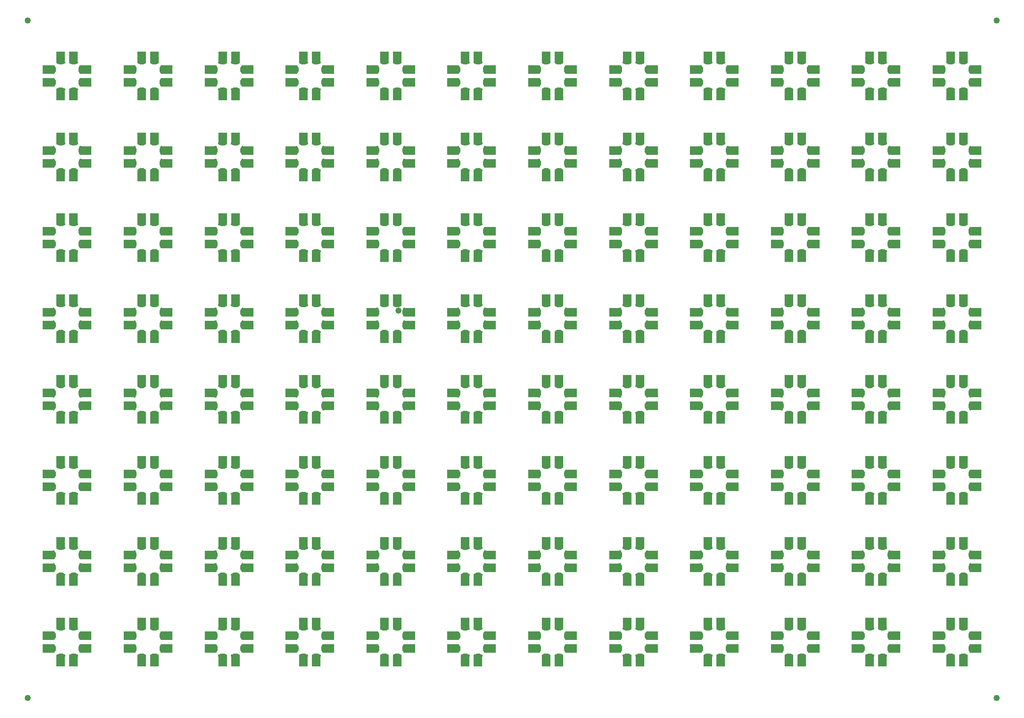
<source format=gbs>
G04 DipTrace 2.4.0.2*
%INDRV2605panel2.gbs*%
%MOIN*%
%ADD32C,0.0492*%
%ADD37R,0.0685X0.0816*%
%ADD39R,0.0816X0.0685*%
%FSLAX44Y44*%
G04*
G70*
G90*
G75*
G01*
%LNBotMask*%
%LPD*%
D39*
X7097Y5097D3*
Y6097D3*
G36*
X6596Y6440D2*
X6711D1*
Y5754D1*
X6596D1*
X6487Y5967D1*
Y6227D1*
X6596Y6440D1*
G37*
G36*
Y5440D2*
X6711D1*
Y4754D1*
X6596D1*
X6487Y4967D1*
Y5227D1*
X6596Y5440D1*
G37*
D37*
X6097Y7097D3*
X5097D3*
G36*
X4754Y6596D2*
Y6711D1*
X5440D1*
Y6596D1*
X5227Y6487D1*
X4967D1*
X4754Y6596D1*
G37*
G36*
X5754D2*
Y6711D1*
X6440D1*
Y6596D1*
X6227Y6487D1*
X5967D1*
X5754Y6596D1*
G37*
D37*
X6097Y4097D3*
X5097D3*
G36*
X5440Y4598D2*
Y4483D1*
X4754D1*
Y4598D1*
X4967Y4707D1*
X5227D1*
X5440Y4598D1*
G37*
G36*
X6440D2*
Y4483D1*
X5754D1*
Y4598D1*
X5967Y4707D1*
X6227D1*
X6440Y4598D1*
G37*
D39*
X4097Y5097D3*
Y6097D3*
G36*
X4598Y5754D2*
X4483D1*
Y6440D1*
X4598D1*
X4707Y6227D1*
Y5967D1*
X4598Y5754D1*
G37*
G36*
Y4754D2*
X4483D1*
Y5440D1*
X4598D1*
X4707Y5227D1*
Y4967D1*
X4598Y4754D1*
G37*
D32*
X78210Y1250D3*
X31478Y31491D3*
X2500Y1250D3*
X78210Y54180D3*
X2500D3*
D39*
X13417Y5097D3*
Y6097D3*
G36*
X12916Y6440D2*
X13031D1*
Y5754D1*
X12916D1*
X12807Y5967D1*
Y6227D1*
X12916Y6440D1*
G37*
G36*
Y5440D2*
X13031D1*
Y4754D1*
X12916D1*
X12807Y4967D1*
Y5227D1*
X12916Y5440D1*
G37*
D37*
X12417Y7097D3*
X11417D3*
G36*
X11074Y6596D2*
Y6711D1*
X11760D1*
Y6596D1*
X11547Y6487D1*
X11287D1*
X11074Y6596D1*
G37*
G36*
X12074D2*
Y6711D1*
X12760D1*
Y6596D1*
X12547Y6487D1*
X12287D1*
X12074Y6596D1*
G37*
D37*
X12417Y4097D3*
X11417D3*
G36*
X11760Y4598D2*
Y4483D1*
X11074D1*
Y4598D1*
X11287Y4707D1*
X11547D1*
X11760Y4598D1*
G37*
G36*
X12760D2*
Y4483D1*
X12074D1*
Y4598D1*
X12287Y4707D1*
X12547D1*
X12760Y4598D1*
G37*
D39*
X10417Y5097D3*
Y6097D3*
G36*
X10918Y5754D2*
X10803D1*
Y6440D1*
X10918D1*
X11027Y6227D1*
Y5967D1*
X10918Y5754D1*
G37*
G36*
Y4754D2*
X10803D1*
Y5440D1*
X10918D1*
X11027Y5227D1*
Y4967D1*
X10918Y4754D1*
G37*
D39*
X19737Y5097D3*
Y6097D3*
G36*
X19236Y6440D2*
X19351D1*
Y5754D1*
X19236D1*
X19127Y5967D1*
Y6227D1*
X19236Y6440D1*
G37*
G36*
Y5440D2*
X19351D1*
Y4754D1*
X19236D1*
X19127Y4967D1*
Y5227D1*
X19236Y5440D1*
G37*
D37*
X18737Y7097D3*
X17737D3*
G36*
X17394Y6596D2*
Y6711D1*
X18080D1*
Y6596D1*
X17867Y6487D1*
X17607D1*
X17394Y6596D1*
G37*
G36*
X18394D2*
Y6711D1*
X19080D1*
Y6596D1*
X18867Y6487D1*
X18607D1*
X18394Y6596D1*
G37*
D37*
X18737Y4097D3*
X17737D3*
G36*
X18080Y4598D2*
Y4483D1*
X17394D1*
Y4598D1*
X17607Y4707D1*
X17867D1*
X18080Y4598D1*
G37*
G36*
X19080D2*
Y4483D1*
X18394D1*
Y4598D1*
X18607Y4707D1*
X18867D1*
X19080Y4598D1*
G37*
D39*
X16737Y5097D3*
Y6097D3*
G36*
X17238Y5754D2*
X17123D1*
Y6440D1*
X17238D1*
X17347Y6227D1*
Y5967D1*
X17238Y5754D1*
G37*
G36*
Y4754D2*
X17123D1*
Y5440D1*
X17238D1*
X17347Y5227D1*
Y4967D1*
X17238Y4754D1*
G37*
D39*
X26057Y5097D3*
Y6097D3*
G36*
X25556Y6440D2*
X25671D1*
Y5754D1*
X25556D1*
X25447Y5967D1*
Y6227D1*
X25556Y6440D1*
G37*
G36*
Y5440D2*
X25671D1*
Y4754D1*
X25556D1*
X25447Y4967D1*
Y5227D1*
X25556Y5440D1*
G37*
D37*
X25057Y7097D3*
X24057D3*
G36*
X23714Y6596D2*
Y6711D1*
X24400D1*
Y6596D1*
X24187Y6487D1*
X23927D1*
X23714Y6596D1*
G37*
G36*
X24714D2*
Y6711D1*
X25400D1*
Y6596D1*
X25187Y6487D1*
X24927D1*
X24714Y6596D1*
G37*
D37*
X25057Y4097D3*
X24057D3*
G36*
X24400Y4598D2*
Y4483D1*
X23714D1*
Y4598D1*
X23927Y4707D1*
X24187D1*
X24400Y4598D1*
G37*
G36*
X25400D2*
Y4483D1*
X24714D1*
Y4598D1*
X24927Y4707D1*
X25187D1*
X25400Y4598D1*
G37*
D39*
X23057Y5097D3*
Y6097D3*
G36*
X23558Y5754D2*
X23443D1*
Y6440D1*
X23558D1*
X23667Y6227D1*
Y5967D1*
X23558Y5754D1*
G37*
G36*
Y4754D2*
X23443D1*
Y5440D1*
X23558D1*
X23667Y5227D1*
Y4967D1*
X23558Y4754D1*
G37*
D39*
X32377Y5097D3*
Y6097D3*
G36*
X31876Y6440D2*
X31991D1*
Y5754D1*
X31876D1*
X31767Y5967D1*
Y6227D1*
X31876Y6440D1*
G37*
G36*
Y5440D2*
X31991D1*
Y4754D1*
X31876D1*
X31767Y4967D1*
Y5227D1*
X31876Y5440D1*
G37*
D37*
X31377Y7097D3*
X30377D3*
G36*
X30034Y6596D2*
Y6711D1*
X30720D1*
Y6596D1*
X30507Y6487D1*
X30247D1*
X30034Y6596D1*
G37*
G36*
X31034D2*
Y6711D1*
X31720D1*
Y6596D1*
X31507Y6487D1*
X31247D1*
X31034Y6596D1*
G37*
D37*
X31377Y4097D3*
X30377D3*
G36*
X30720Y4598D2*
Y4483D1*
X30034D1*
Y4598D1*
X30247Y4707D1*
X30507D1*
X30720Y4598D1*
G37*
G36*
X31720D2*
Y4483D1*
X31034D1*
Y4598D1*
X31247Y4707D1*
X31507D1*
X31720Y4598D1*
G37*
D39*
X29377Y5097D3*
Y6097D3*
G36*
X29878Y5754D2*
X29763D1*
Y6440D1*
X29878D1*
X29987Y6227D1*
Y5967D1*
X29878Y5754D1*
G37*
G36*
Y4754D2*
X29763D1*
Y5440D1*
X29878D1*
X29987Y5227D1*
Y4967D1*
X29878Y4754D1*
G37*
D39*
X38697Y5097D3*
Y6097D3*
G36*
X38196Y6440D2*
X38311D1*
Y5754D1*
X38196D1*
X38087Y5967D1*
Y6227D1*
X38196Y6440D1*
G37*
G36*
Y5440D2*
X38311D1*
Y4754D1*
X38196D1*
X38087Y4967D1*
Y5227D1*
X38196Y5440D1*
G37*
D37*
X37697Y7097D3*
X36697D3*
G36*
X36354Y6596D2*
Y6711D1*
X37040D1*
Y6596D1*
X36827Y6487D1*
X36567D1*
X36354Y6596D1*
G37*
G36*
X37354D2*
Y6711D1*
X38040D1*
Y6596D1*
X37827Y6487D1*
X37567D1*
X37354Y6596D1*
G37*
D37*
X37697Y4097D3*
X36697D3*
G36*
X37040Y4598D2*
Y4483D1*
X36354D1*
Y4598D1*
X36567Y4707D1*
X36827D1*
X37040Y4598D1*
G37*
G36*
X38040D2*
Y4483D1*
X37354D1*
Y4598D1*
X37567Y4707D1*
X37827D1*
X38040Y4598D1*
G37*
D39*
X35697Y5097D3*
Y6097D3*
G36*
X36198Y5754D2*
X36083D1*
Y6440D1*
X36198D1*
X36307Y6227D1*
Y5967D1*
X36198Y5754D1*
G37*
G36*
Y4754D2*
X36083D1*
Y5440D1*
X36198D1*
X36307Y5227D1*
Y4967D1*
X36198Y4754D1*
G37*
D39*
X45017Y5097D3*
Y6097D3*
G36*
X44516Y6440D2*
X44631D1*
Y5754D1*
X44516D1*
X44407Y5967D1*
Y6227D1*
X44516Y6440D1*
G37*
G36*
Y5440D2*
X44631D1*
Y4754D1*
X44516D1*
X44407Y4967D1*
Y5227D1*
X44516Y5440D1*
G37*
D37*
X44017Y7097D3*
X43017D3*
G36*
X42674Y6596D2*
Y6711D1*
X43360D1*
Y6596D1*
X43147Y6487D1*
X42887D1*
X42674Y6596D1*
G37*
G36*
X43674D2*
Y6711D1*
X44360D1*
Y6596D1*
X44147Y6487D1*
X43887D1*
X43674Y6596D1*
G37*
D37*
X44017Y4097D3*
X43017D3*
G36*
X43360Y4598D2*
Y4483D1*
X42674D1*
Y4598D1*
X42887Y4707D1*
X43147D1*
X43360Y4598D1*
G37*
G36*
X44360D2*
Y4483D1*
X43674D1*
Y4598D1*
X43887Y4707D1*
X44147D1*
X44360Y4598D1*
G37*
D39*
X42017Y5097D3*
Y6097D3*
G36*
X42518Y5754D2*
X42403D1*
Y6440D1*
X42518D1*
X42627Y6227D1*
Y5967D1*
X42518Y5754D1*
G37*
G36*
Y4754D2*
X42403D1*
Y5440D1*
X42518D1*
X42627Y5227D1*
Y4967D1*
X42518Y4754D1*
G37*
D39*
X51337Y5097D3*
Y6097D3*
G36*
X50836Y6440D2*
X50951D1*
Y5754D1*
X50836D1*
X50727Y5967D1*
Y6227D1*
X50836Y6440D1*
G37*
G36*
Y5440D2*
X50951D1*
Y4754D1*
X50836D1*
X50727Y4967D1*
Y5227D1*
X50836Y5440D1*
G37*
D37*
X50337Y7097D3*
X49337D3*
G36*
X48994Y6596D2*
Y6711D1*
X49680D1*
Y6596D1*
X49467Y6487D1*
X49207D1*
X48994Y6596D1*
G37*
G36*
X49994D2*
Y6711D1*
X50680D1*
Y6596D1*
X50467Y6487D1*
X50207D1*
X49994Y6596D1*
G37*
D37*
X50337Y4097D3*
X49337D3*
G36*
X49680Y4598D2*
Y4483D1*
X48994D1*
Y4598D1*
X49207Y4707D1*
X49467D1*
X49680Y4598D1*
G37*
G36*
X50680D2*
Y4483D1*
X49994D1*
Y4598D1*
X50207Y4707D1*
X50467D1*
X50680Y4598D1*
G37*
D39*
X48337Y5097D3*
Y6097D3*
G36*
X48838Y5754D2*
X48723D1*
Y6440D1*
X48838D1*
X48947Y6227D1*
Y5967D1*
X48838Y5754D1*
G37*
G36*
Y4754D2*
X48723D1*
Y5440D1*
X48838D1*
X48947Y5227D1*
Y4967D1*
X48838Y4754D1*
G37*
D39*
X57657Y5097D3*
Y6097D3*
G36*
X57156Y6440D2*
X57271D1*
Y5754D1*
X57156D1*
X57047Y5967D1*
Y6227D1*
X57156Y6440D1*
G37*
G36*
Y5440D2*
X57271D1*
Y4754D1*
X57156D1*
X57047Y4967D1*
Y5227D1*
X57156Y5440D1*
G37*
D37*
X56657Y7097D3*
X55657D3*
G36*
X55314Y6596D2*
Y6711D1*
X56000D1*
Y6596D1*
X55787Y6487D1*
X55527D1*
X55314Y6596D1*
G37*
G36*
X56314D2*
Y6711D1*
X57000D1*
Y6596D1*
X56787Y6487D1*
X56527D1*
X56314Y6596D1*
G37*
D37*
X56657Y4097D3*
X55657D3*
G36*
X56000Y4598D2*
Y4483D1*
X55314D1*
Y4598D1*
X55527Y4707D1*
X55787D1*
X56000Y4598D1*
G37*
G36*
X57000D2*
Y4483D1*
X56314D1*
Y4598D1*
X56527Y4707D1*
X56787D1*
X57000Y4598D1*
G37*
D39*
X54657Y5097D3*
Y6097D3*
G36*
X55158Y5754D2*
X55043D1*
Y6440D1*
X55158D1*
X55267Y6227D1*
Y5967D1*
X55158Y5754D1*
G37*
G36*
Y4754D2*
X55043D1*
Y5440D1*
X55158D1*
X55267Y5227D1*
Y4967D1*
X55158Y4754D1*
G37*
D39*
X63977Y5097D3*
Y6097D3*
G36*
X63476Y6440D2*
X63591D1*
Y5754D1*
X63476D1*
X63367Y5967D1*
Y6227D1*
X63476Y6440D1*
G37*
G36*
Y5440D2*
X63591D1*
Y4754D1*
X63476D1*
X63367Y4967D1*
Y5227D1*
X63476Y5440D1*
G37*
D37*
X62977Y7097D3*
X61977D3*
G36*
X61634Y6596D2*
Y6711D1*
X62320D1*
Y6596D1*
X62107Y6487D1*
X61847D1*
X61634Y6596D1*
G37*
G36*
X62634D2*
Y6711D1*
X63320D1*
Y6596D1*
X63107Y6487D1*
X62847D1*
X62634Y6596D1*
G37*
D37*
X62977Y4097D3*
X61977D3*
G36*
X62320Y4598D2*
Y4483D1*
X61634D1*
Y4598D1*
X61847Y4707D1*
X62107D1*
X62320Y4598D1*
G37*
G36*
X63320D2*
Y4483D1*
X62634D1*
Y4598D1*
X62847Y4707D1*
X63107D1*
X63320Y4598D1*
G37*
D39*
X60977Y5097D3*
Y6097D3*
G36*
X61478Y5754D2*
X61363D1*
Y6440D1*
X61478D1*
X61587Y6227D1*
Y5967D1*
X61478Y5754D1*
G37*
G36*
Y4754D2*
X61363D1*
Y5440D1*
X61478D1*
X61587Y5227D1*
Y4967D1*
X61478Y4754D1*
G37*
D39*
X70297Y5097D3*
Y6097D3*
G36*
X69796Y6440D2*
X69911D1*
Y5754D1*
X69796D1*
X69687Y5967D1*
Y6227D1*
X69796Y6440D1*
G37*
G36*
Y5440D2*
X69911D1*
Y4754D1*
X69796D1*
X69687Y4967D1*
Y5227D1*
X69796Y5440D1*
G37*
D37*
X69297Y7097D3*
X68297D3*
G36*
X67954Y6596D2*
Y6711D1*
X68640D1*
Y6596D1*
X68427Y6487D1*
X68167D1*
X67954Y6596D1*
G37*
G36*
X68954D2*
Y6711D1*
X69640D1*
Y6596D1*
X69427Y6487D1*
X69167D1*
X68954Y6596D1*
G37*
D37*
X69297Y4097D3*
X68297D3*
G36*
X68640Y4598D2*
Y4483D1*
X67954D1*
Y4598D1*
X68167Y4707D1*
X68427D1*
X68640Y4598D1*
G37*
G36*
X69640D2*
Y4483D1*
X68954D1*
Y4598D1*
X69167Y4707D1*
X69427D1*
X69640Y4598D1*
G37*
D39*
X67297Y5097D3*
Y6097D3*
G36*
X67798Y5754D2*
X67683D1*
Y6440D1*
X67798D1*
X67907Y6227D1*
Y5967D1*
X67798Y5754D1*
G37*
G36*
Y4754D2*
X67683D1*
Y5440D1*
X67798D1*
X67907Y5227D1*
Y4967D1*
X67798Y4754D1*
G37*
D39*
X76617Y5097D3*
Y6097D3*
G36*
X76116Y6440D2*
X76231D1*
Y5754D1*
X76116D1*
X76007Y5967D1*
Y6227D1*
X76116Y6440D1*
G37*
G36*
Y5440D2*
X76231D1*
Y4754D1*
X76116D1*
X76007Y4967D1*
Y5227D1*
X76116Y5440D1*
G37*
D37*
X75617Y7097D3*
X74617D3*
G36*
X74274Y6596D2*
Y6711D1*
X74960D1*
Y6596D1*
X74747Y6487D1*
X74487D1*
X74274Y6596D1*
G37*
G36*
X75274D2*
Y6711D1*
X75960D1*
Y6596D1*
X75747Y6487D1*
X75487D1*
X75274Y6596D1*
G37*
D37*
X75617Y4097D3*
X74617D3*
G36*
X74960Y4598D2*
Y4483D1*
X74274D1*
Y4598D1*
X74487Y4707D1*
X74747D1*
X74960Y4598D1*
G37*
G36*
X75960D2*
Y4483D1*
X75274D1*
Y4598D1*
X75487Y4707D1*
X75747D1*
X75960Y4598D1*
G37*
D39*
X73617Y5097D3*
Y6097D3*
G36*
X74118Y5754D2*
X74003D1*
Y6440D1*
X74118D1*
X74227Y6227D1*
Y5967D1*
X74118Y5754D1*
G37*
G36*
Y4754D2*
X74003D1*
Y5440D1*
X74118D1*
X74227Y5227D1*
Y4967D1*
X74118Y4754D1*
G37*
D39*
X7097Y11417D3*
Y12417D3*
G36*
X6596Y12760D2*
X6711D1*
Y12074D1*
X6596D1*
X6487Y12287D1*
Y12547D1*
X6596Y12760D1*
G37*
G36*
Y11760D2*
X6711D1*
Y11074D1*
X6596D1*
X6487Y11287D1*
Y11547D1*
X6596Y11760D1*
G37*
D37*
X6097Y13417D3*
X5097D3*
G36*
X4754Y12916D2*
Y13031D1*
X5440D1*
Y12916D1*
X5227Y12807D1*
X4967D1*
X4754Y12916D1*
G37*
G36*
X5754D2*
Y13031D1*
X6440D1*
Y12916D1*
X6227Y12807D1*
X5967D1*
X5754Y12916D1*
G37*
D37*
X6097Y10417D3*
X5097D3*
G36*
X5440Y10918D2*
Y10803D1*
X4754D1*
Y10918D1*
X4967Y11027D1*
X5227D1*
X5440Y10918D1*
G37*
G36*
X6440D2*
Y10803D1*
X5754D1*
Y10918D1*
X5967Y11027D1*
X6227D1*
X6440Y10918D1*
G37*
D39*
X4097Y11417D3*
Y12417D3*
G36*
X4598Y12074D2*
X4483D1*
Y12760D1*
X4598D1*
X4707Y12547D1*
Y12287D1*
X4598Y12074D1*
G37*
G36*
Y11074D2*
X4483D1*
Y11760D1*
X4598D1*
X4707Y11547D1*
Y11287D1*
X4598Y11074D1*
G37*
D39*
X13417Y11417D3*
Y12417D3*
G36*
X12916Y12760D2*
X13031D1*
Y12074D1*
X12916D1*
X12807Y12287D1*
Y12547D1*
X12916Y12760D1*
G37*
G36*
Y11760D2*
X13031D1*
Y11074D1*
X12916D1*
X12807Y11287D1*
Y11547D1*
X12916Y11760D1*
G37*
D37*
X12417Y13417D3*
X11417D3*
G36*
X11074Y12916D2*
Y13031D1*
X11760D1*
Y12916D1*
X11547Y12807D1*
X11287D1*
X11074Y12916D1*
G37*
G36*
X12074D2*
Y13031D1*
X12760D1*
Y12916D1*
X12547Y12807D1*
X12287D1*
X12074Y12916D1*
G37*
D37*
X12417Y10417D3*
X11417D3*
G36*
X11760Y10918D2*
Y10803D1*
X11074D1*
Y10918D1*
X11287Y11027D1*
X11547D1*
X11760Y10918D1*
G37*
G36*
X12760D2*
Y10803D1*
X12074D1*
Y10918D1*
X12287Y11027D1*
X12547D1*
X12760Y10918D1*
G37*
D39*
X10417Y11417D3*
Y12417D3*
G36*
X10918Y12074D2*
X10803D1*
Y12760D1*
X10918D1*
X11027Y12547D1*
Y12287D1*
X10918Y12074D1*
G37*
G36*
Y11074D2*
X10803D1*
Y11760D1*
X10918D1*
X11027Y11547D1*
Y11287D1*
X10918Y11074D1*
G37*
D39*
X19737Y11417D3*
Y12417D3*
G36*
X19236Y12760D2*
X19351D1*
Y12074D1*
X19236D1*
X19127Y12287D1*
Y12547D1*
X19236Y12760D1*
G37*
G36*
Y11760D2*
X19351D1*
Y11074D1*
X19236D1*
X19127Y11287D1*
Y11547D1*
X19236Y11760D1*
G37*
D37*
X18737Y13417D3*
X17737D3*
G36*
X17394Y12916D2*
Y13031D1*
X18080D1*
Y12916D1*
X17867Y12807D1*
X17607D1*
X17394Y12916D1*
G37*
G36*
X18394D2*
Y13031D1*
X19080D1*
Y12916D1*
X18867Y12807D1*
X18607D1*
X18394Y12916D1*
G37*
D37*
X18737Y10417D3*
X17737D3*
G36*
X18080Y10918D2*
Y10803D1*
X17394D1*
Y10918D1*
X17607Y11027D1*
X17867D1*
X18080Y10918D1*
G37*
G36*
X19080D2*
Y10803D1*
X18394D1*
Y10918D1*
X18607Y11027D1*
X18867D1*
X19080Y10918D1*
G37*
D39*
X16737Y11417D3*
Y12417D3*
G36*
X17238Y12074D2*
X17123D1*
Y12760D1*
X17238D1*
X17347Y12547D1*
Y12287D1*
X17238Y12074D1*
G37*
G36*
Y11074D2*
X17123D1*
Y11760D1*
X17238D1*
X17347Y11547D1*
Y11287D1*
X17238Y11074D1*
G37*
D39*
X26057Y11417D3*
Y12417D3*
G36*
X25556Y12760D2*
X25671D1*
Y12074D1*
X25556D1*
X25447Y12287D1*
Y12547D1*
X25556Y12760D1*
G37*
G36*
Y11760D2*
X25671D1*
Y11074D1*
X25556D1*
X25447Y11287D1*
Y11547D1*
X25556Y11760D1*
G37*
D37*
X25057Y13417D3*
X24057D3*
G36*
X23714Y12916D2*
Y13031D1*
X24400D1*
Y12916D1*
X24187Y12807D1*
X23927D1*
X23714Y12916D1*
G37*
G36*
X24714D2*
Y13031D1*
X25400D1*
Y12916D1*
X25187Y12807D1*
X24927D1*
X24714Y12916D1*
G37*
D37*
X25057Y10417D3*
X24057D3*
G36*
X24400Y10918D2*
Y10803D1*
X23714D1*
Y10918D1*
X23927Y11027D1*
X24187D1*
X24400Y10918D1*
G37*
G36*
X25400D2*
Y10803D1*
X24714D1*
Y10918D1*
X24927Y11027D1*
X25187D1*
X25400Y10918D1*
G37*
D39*
X23057Y11417D3*
Y12417D3*
G36*
X23558Y12074D2*
X23443D1*
Y12760D1*
X23558D1*
X23667Y12547D1*
Y12287D1*
X23558Y12074D1*
G37*
G36*
Y11074D2*
X23443D1*
Y11760D1*
X23558D1*
X23667Y11547D1*
Y11287D1*
X23558Y11074D1*
G37*
D39*
X32377Y11417D3*
Y12417D3*
G36*
X31876Y12760D2*
X31991D1*
Y12074D1*
X31876D1*
X31767Y12287D1*
Y12547D1*
X31876Y12760D1*
G37*
G36*
Y11760D2*
X31991D1*
Y11074D1*
X31876D1*
X31767Y11287D1*
Y11547D1*
X31876Y11760D1*
G37*
D37*
X31377Y13417D3*
X30377D3*
G36*
X30034Y12916D2*
Y13031D1*
X30720D1*
Y12916D1*
X30507Y12807D1*
X30247D1*
X30034Y12916D1*
G37*
G36*
X31034D2*
Y13031D1*
X31720D1*
Y12916D1*
X31507Y12807D1*
X31247D1*
X31034Y12916D1*
G37*
D37*
X31377Y10417D3*
X30377D3*
G36*
X30720Y10918D2*
Y10803D1*
X30034D1*
Y10918D1*
X30247Y11027D1*
X30507D1*
X30720Y10918D1*
G37*
G36*
X31720D2*
Y10803D1*
X31034D1*
Y10918D1*
X31247Y11027D1*
X31507D1*
X31720Y10918D1*
G37*
D39*
X29377Y11417D3*
Y12417D3*
G36*
X29878Y12074D2*
X29763D1*
Y12760D1*
X29878D1*
X29987Y12547D1*
Y12287D1*
X29878Y12074D1*
G37*
G36*
Y11074D2*
X29763D1*
Y11760D1*
X29878D1*
X29987Y11547D1*
Y11287D1*
X29878Y11074D1*
G37*
D39*
X38697Y11417D3*
Y12417D3*
G36*
X38196Y12760D2*
X38311D1*
Y12074D1*
X38196D1*
X38087Y12287D1*
Y12547D1*
X38196Y12760D1*
G37*
G36*
Y11760D2*
X38311D1*
Y11074D1*
X38196D1*
X38087Y11287D1*
Y11547D1*
X38196Y11760D1*
G37*
D37*
X37697Y13417D3*
X36697D3*
G36*
X36354Y12916D2*
Y13031D1*
X37040D1*
Y12916D1*
X36827Y12807D1*
X36567D1*
X36354Y12916D1*
G37*
G36*
X37354D2*
Y13031D1*
X38040D1*
Y12916D1*
X37827Y12807D1*
X37567D1*
X37354Y12916D1*
G37*
D37*
X37697Y10417D3*
X36697D3*
G36*
X37040Y10918D2*
Y10803D1*
X36354D1*
Y10918D1*
X36567Y11027D1*
X36827D1*
X37040Y10918D1*
G37*
G36*
X38040D2*
Y10803D1*
X37354D1*
Y10918D1*
X37567Y11027D1*
X37827D1*
X38040Y10918D1*
G37*
D39*
X35697Y11417D3*
Y12417D3*
G36*
X36198Y12074D2*
X36083D1*
Y12760D1*
X36198D1*
X36307Y12547D1*
Y12287D1*
X36198Y12074D1*
G37*
G36*
Y11074D2*
X36083D1*
Y11760D1*
X36198D1*
X36307Y11547D1*
Y11287D1*
X36198Y11074D1*
G37*
D39*
X45017Y11417D3*
Y12417D3*
G36*
X44516Y12760D2*
X44631D1*
Y12074D1*
X44516D1*
X44407Y12287D1*
Y12547D1*
X44516Y12760D1*
G37*
G36*
Y11760D2*
X44631D1*
Y11074D1*
X44516D1*
X44407Y11287D1*
Y11547D1*
X44516Y11760D1*
G37*
D37*
X44017Y13417D3*
X43017D3*
G36*
X42674Y12916D2*
Y13031D1*
X43360D1*
Y12916D1*
X43147Y12807D1*
X42887D1*
X42674Y12916D1*
G37*
G36*
X43674D2*
Y13031D1*
X44360D1*
Y12916D1*
X44147Y12807D1*
X43887D1*
X43674Y12916D1*
G37*
D37*
X44017Y10417D3*
X43017D3*
G36*
X43360Y10918D2*
Y10803D1*
X42674D1*
Y10918D1*
X42887Y11027D1*
X43147D1*
X43360Y10918D1*
G37*
G36*
X44360D2*
Y10803D1*
X43674D1*
Y10918D1*
X43887Y11027D1*
X44147D1*
X44360Y10918D1*
G37*
D39*
X42017Y11417D3*
Y12417D3*
G36*
X42518Y12074D2*
X42403D1*
Y12760D1*
X42518D1*
X42627Y12547D1*
Y12287D1*
X42518Y12074D1*
G37*
G36*
Y11074D2*
X42403D1*
Y11760D1*
X42518D1*
X42627Y11547D1*
Y11287D1*
X42518Y11074D1*
G37*
D39*
X51337Y11417D3*
Y12417D3*
G36*
X50836Y12760D2*
X50951D1*
Y12074D1*
X50836D1*
X50727Y12287D1*
Y12547D1*
X50836Y12760D1*
G37*
G36*
Y11760D2*
X50951D1*
Y11074D1*
X50836D1*
X50727Y11287D1*
Y11547D1*
X50836Y11760D1*
G37*
D37*
X50337Y13417D3*
X49337D3*
G36*
X48994Y12916D2*
Y13031D1*
X49680D1*
Y12916D1*
X49467Y12807D1*
X49207D1*
X48994Y12916D1*
G37*
G36*
X49994D2*
Y13031D1*
X50680D1*
Y12916D1*
X50467Y12807D1*
X50207D1*
X49994Y12916D1*
G37*
D37*
X50337Y10417D3*
X49337D3*
G36*
X49680Y10918D2*
Y10803D1*
X48994D1*
Y10918D1*
X49207Y11027D1*
X49467D1*
X49680Y10918D1*
G37*
G36*
X50680D2*
Y10803D1*
X49994D1*
Y10918D1*
X50207Y11027D1*
X50467D1*
X50680Y10918D1*
G37*
D39*
X48337Y11417D3*
Y12417D3*
G36*
X48838Y12074D2*
X48723D1*
Y12760D1*
X48838D1*
X48947Y12547D1*
Y12287D1*
X48838Y12074D1*
G37*
G36*
Y11074D2*
X48723D1*
Y11760D1*
X48838D1*
X48947Y11547D1*
Y11287D1*
X48838Y11074D1*
G37*
D39*
X57657Y11417D3*
Y12417D3*
G36*
X57156Y12760D2*
X57271D1*
Y12074D1*
X57156D1*
X57047Y12287D1*
Y12547D1*
X57156Y12760D1*
G37*
G36*
Y11760D2*
X57271D1*
Y11074D1*
X57156D1*
X57047Y11287D1*
Y11547D1*
X57156Y11760D1*
G37*
D37*
X56657Y13417D3*
X55657D3*
G36*
X55314Y12916D2*
Y13031D1*
X56000D1*
Y12916D1*
X55787Y12807D1*
X55527D1*
X55314Y12916D1*
G37*
G36*
X56314D2*
Y13031D1*
X57000D1*
Y12916D1*
X56787Y12807D1*
X56527D1*
X56314Y12916D1*
G37*
D37*
X56657Y10417D3*
X55657D3*
G36*
X56000Y10918D2*
Y10803D1*
X55314D1*
Y10918D1*
X55527Y11027D1*
X55787D1*
X56000Y10918D1*
G37*
G36*
X57000D2*
Y10803D1*
X56314D1*
Y10918D1*
X56527Y11027D1*
X56787D1*
X57000Y10918D1*
G37*
D39*
X54657Y11417D3*
Y12417D3*
G36*
X55158Y12074D2*
X55043D1*
Y12760D1*
X55158D1*
X55267Y12547D1*
Y12287D1*
X55158Y12074D1*
G37*
G36*
Y11074D2*
X55043D1*
Y11760D1*
X55158D1*
X55267Y11547D1*
Y11287D1*
X55158Y11074D1*
G37*
D39*
X63977Y11417D3*
Y12417D3*
G36*
X63476Y12760D2*
X63591D1*
Y12074D1*
X63476D1*
X63367Y12287D1*
Y12547D1*
X63476Y12760D1*
G37*
G36*
Y11760D2*
X63591D1*
Y11074D1*
X63476D1*
X63367Y11287D1*
Y11547D1*
X63476Y11760D1*
G37*
D37*
X62977Y13417D3*
X61977D3*
G36*
X61634Y12916D2*
Y13031D1*
X62320D1*
Y12916D1*
X62107Y12807D1*
X61847D1*
X61634Y12916D1*
G37*
G36*
X62634D2*
Y13031D1*
X63320D1*
Y12916D1*
X63107Y12807D1*
X62847D1*
X62634Y12916D1*
G37*
D37*
X62977Y10417D3*
X61977D3*
G36*
X62320Y10918D2*
Y10803D1*
X61634D1*
Y10918D1*
X61847Y11027D1*
X62107D1*
X62320Y10918D1*
G37*
G36*
X63320D2*
Y10803D1*
X62634D1*
Y10918D1*
X62847Y11027D1*
X63107D1*
X63320Y10918D1*
G37*
D39*
X60977Y11417D3*
Y12417D3*
G36*
X61478Y12074D2*
X61363D1*
Y12760D1*
X61478D1*
X61587Y12547D1*
Y12287D1*
X61478Y12074D1*
G37*
G36*
Y11074D2*
X61363D1*
Y11760D1*
X61478D1*
X61587Y11547D1*
Y11287D1*
X61478Y11074D1*
G37*
D39*
X70297Y11417D3*
Y12417D3*
G36*
X69796Y12760D2*
X69911D1*
Y12074D1*
X69796D1*
X69687Y12287D1*
Y12547D1*
X69796Y12760D1*
G37*
G36*
Y11760D2*
X69911D1*
Y11074D1*
X69796D1*
X69687Y11287D1*
Y11547D1*
X69796Y11760D1*
G37*
D37*
X69297Y13417D3*
X68297D3*
G36*
X67954Y12916D2*
Y13031D1*
X68640D1*
Y12916D1*
X68427Y12807D1*
X68167D1*
X67954Y12916D1*
G37*
G36*
X68954D2*
Y13031D1*
X69640D1*
Y12916D1*
X69427Y12807D1*
X69167D1*
X68954Y12916D1*
G37*
D37*
X69297Y10417D3*
X68297D3*
G36*
X68640Y10918D2*
Y10803D1*
X67954D1*
Y10918D1*
X68167Y11027D1*
X68427D1*
X68640Y10918D1*
G37*
G36*
X69640D2*
Y10803D1*
X68954D1*
Y10918D1*
X69167Y11027D1*
X69427D1*
X69640Y10918D1*
G37*
D39*
X67297Y11417D3*
Y12417D3*
G36*
X67798Y12074D2*
X67683D1*
Y12760D1*
X67798D1*
X67907Y12547D1*
Y12287D1*
X67798Y12074D1*
G37*
G36*
Y11074D2*
X67683D1*
Y11760D1*
X67798D1*
X67907Y11547D1*
Y11287D1*
X67798Y11074D1*
G37*
D39*
X76617Y11417D3*
Y12417D3*
G36*
X76116Y12760D2*
X76231D1*
Y12074D1*
X76116D1*
X76007Y12287D1*
Y12547D1*
X76116Y12760D1*
G37*
G36*
Y11760D2*
X76231D1*
Y11074D1*
X76116D1*
X76007Y11287D1*
Y11547D1*
X76116Y11760D1*
G37*
D37*
X75617Y13417D3*
X74617D3*
G36*
X74274Y12916D2*
Y13031D1*
X74960D1*
Y12916D1*
X74747Y12807D1*
X74487D1*
X74274Y12916D1*
G37*
G36*
X75274D2*
Y13031D1*
X75960D1*
Y12916D1*
X75747Y12807D1*
X75487D1*
X75274Y12916D1*
G37*
D37*
X75617Y10417D3*
X74617D3*
G36*
X74960Y10918D2*
Y10803D1*
X74274D1*
Y10918D1*
X74487Y11027D1*
X74747D1*
X74960Y10918D1*
G37*
G36*
X75960D2*
Y10803D1*
X75274D1*
Y10918D1*
X75487Y11027D1*
X75747D1*
X75960Y10918D1*
G37*
D39*
X73617Y11417D3*
Y12417D3*
G36*
X74118Y12074D2*
X74003D1*
Y12760D1*
X74118D1*
X74227Y12547D1*
Y12287D1*
X74118Y12074D1*
G37*
G36*
Y11074D2*
X74003D1*
Y11760D1*
X74118D1*
X74227Y11547D1*
Y11287D1*
X74118Y11074D1*
G37*
D39*
X7097Y17737D3*
Y18737D3*
G36*
X6596Y19080D2*
X6711D1*
Y18394D1*
X6596D1*
X6487Y18607D1*
Y18867D1*
X6596Y19080D1*
G37*
G36*
Y18080D2*
X6711D1*
Y17394D1*
X6596D1*
X6487Y17607D1*
Y17867D1*
X6596Y18080D1*
G37*
D37*
X6097Y19737D3*
X5097D3*
G36*
X4754Y19236D2*
Y19351D1*
X5440D1*
Y19236D1*
X5227Y19127D1*
X4967D1*
X4754Y19236D1*
G37*
G36*
X5754D2*
Y19351D1*
X6440D1*
Y19236D1*
X6227Y19127D1*
X5967D1*
X5754Y19236D1*
G37*
D37*
X6097Y16737D3*
X5097D3*
G36*
X5440Y17238D2*
Y17123D1*
X4754D1*
Y17238D1*
X4967Y17347D1*
X5227D1*
X5440Y17238D1*
G37*
G36*
X6440D2*
Y17123D1*
X5754D1*
Y17238D1*
X5967Y17347D1*
X6227D1*
X6440Y17238D1*
G37*
D39*
X4097Y17737D3*
Y18737D3*
G36*
X4598Y18394D2*
X4483D1*
Y19080D1*
X4598D1*
X4707Y18867D1*
Y18607D1*
X4598Y18394D1*
G37*
G36*
Y17394D2*
X4483D1*
Y18080D1*
X4598D1*
X4707Y17867D1*
Y17607D1*
X4598Y17394D1*
G37*
D39*
X13417Y17737D3*
Y18737D3*
G36*
X12916Y19080D2*
X13031D1*
Y18394D1*
X12916D1*
X12807Y18607D1*
Y18867D1*
X12916Y19080D1*
G37*
G36*
Y18080D2*
X13031D1*
Y17394D1*
X12916D1*
X12807Y17607D1*
Y17867D1*
X12916Y18080D1*
G37*
D37*
X12417Y19737D3*
X11417D3*
G36*
X11074Y19236D2*
Y19351D1*
X11760D1*
Y19236D1*
X11547Y19127D1*
X11287D1*
X11074Y19236D1*
G37*
G36*
X12074D2*
Y19351D1*
X12760D1*
Y19236D1*
X12547Y19127D1*
X12287D1*
X12074Y19236D1*
G37*
D37*
X12417Y16737D3*
X11417D3*
G36*
X11760Y17238D2*
Y17123D1*
X11074D1*
Y17238D1*
X11287Y17347D1*
X11547D1*
X11760Y17238D1*
G37*
G36*
X12760D2*
Y17123D1*
X12074D1*
Y17238D1*
X12287Y17347D1*
X12547D1*
X12760Y17238D1*
G37*
D39*
X10417Y17737D3*
Y18737D3*
G36*
X10918Y18394D2*
X10803D1*
Y19080D1*
X10918D1*
X11027Y18867D1*
Y18607D1*
X10918Y18394D1*
G37*
G36*
Y17394D2*
X10803D1*
Y18080D1*
X10918D1*
X11027Y17867D1*
Y17607D1*
X10918Y17394D1*
G37*
D39*
X19737Y17737D3*
Y18737D3*
G36*
X19236Y19080D2*
X19351D1*
Y18394D1*
X19236D1*
X19127Y18607D1*
Y18867D1*
X19236Y19080D1*
G37*
G36*
Y18080D2*
X19351D1*
Y17394D1*
X19236D1*
X19127Y17607D1*
Y17867D1*
X19236Y18080D1*
G37*
D37*
X18737Y19737D3*
X17737D3*
G36*
X17394Y19236D2*
Y19351D1*
X18080D1*
Y19236D1*
X17867Y19127D1*
X17607D1*
X17394Y19236D1*
G37*
G36*
X18394D2*
Y19351D1*
X19080D1*
Y19236D1*
X18867Y19127D1*
X18607D1*
X18394Y19236D1*
G37*
D37*
X18737Y16737D3*
X17737D3*
G36*
X18080Y17238D2*
Y17123D1*
X17394D1*
Y17238D1*
X17607Y17347D1*
X17867D1*
X18080Y17238D1*
G37*
G36*
X19080D2*
Y17123D1*
X18394D1*
Y17238D1*
X18607Y17347D1*
X18867D1*
X19080Y17238D1*
G37*
D39*
X16737Y17737D3*
Y18737D3*
G36*
X17238Y18394D2*
X17123D1*
Y19080D1*
X17238D1*
X17347Y18867D1*
Y18607D1*
X17238Y18394D1*
G37*
G36*
Y17394D2*
X17123D1*
Y18080D1*
X17238D1*
X17347Y17867D1*
Y17607D1*
X17238Y17394D1*
G37*
D39*
X26057Y17737D3*
Y18737D3*
G36*
X25556Y19080D2*
X25671D1*
Y18394D1*
X25556D1*
X25447Y18607D1*
Y18867D1*
X25556Y19080D1*
G37*
G36*
Y18080D2*
X25671D1*
Y17394D1*
X25556D1*
X25447Y17607D1*
Y17867D1*
X25556Y18080D1*
G37*
D37*
X25057Y19737D3*
X24057D3*
G36*
X23714Y19236D2*
Y19351D1*
X24400D1*
Y19236D1*
X24187Y19127D1*
X23927D1*
X23714Y19236D1*
G37*
G36*
X24714D2*
Y19351D1*
X25400D1*
Y19236D1*
X25187Y19127D1*
X24927D1*
X24714Y19236D1*
G37*
D37*
X25057Y16737D3*
X24057D3*
G36*
X24400Y17238D2*
Y17123D1*
X23714D1*
Y17238D1*
X23927Y17347D1*
X24187D1*
X24400Y17238D1*
G37*
G36*
X25400D2*
Y17123D1*
X24714D1*
Y17238D1*
X24927Y17347D1*
X25187D1*
X25400Y17238D1*
G37*
D39*
X23057Y17737D3*
Y18737D3*
G36*
X23558Y18394D2*
X23443D1*
Y19080D1*
X23558D1*
X23667Y18867D1*
Y18607D1*
X23558Y18394D1*
G37*
G36*
Y17394D2*
X23443D1*
Y18080D1*
X23558D1*
X23667Y17867D1*
Y17607D1*
X23558Y17394D1*
G37*
D39*
X32377Y17737D3*
Y18737D3*
G36*
X31876Y19080D2*
X31991D1*
Y18394D1*
X31876D1*
X31767Y18607D1*
Y18867D1*
X31876Y19080D1*
G37*
G36*
Y18080D2*
X31991D1*
Y17394D1*
X31876D1*
X31767Y17607D1*
Y17867D1*
X31876Y18080D1*
G37*
D37*
X31377Y19737D3*
X30377D3*
G36*
X30034Y19236D2*
Y19351D1*
X30720D1*
Y19236D1*
X30507Y19127D1*
X30247D1*
X30034Y19236D1*
G37*
G36*
X31034D2*
Y19351D1*
X31720D1*
Y19236D1*
X31507Y19127D1*
X31247D1*
X31034Y19236D1*
G37*
D37*
X31377Y16737D3*
X30377D3*
G36*
X30720Y17238D2*
Y17123D1*
X30034D1*
Y17238D1*
X30247Y17347D1*
X30507D1*
X30720Y17238D1*
G37*
G36*
X31720D2*
Y17123D1*
X31034D1*
Y17238D1*
X31247Y17347D1*
X31507D1*
X31720Y17238D1*
G37*
D39*
X29377Y17737D3*
Y18737D3*
G36*
X29878Y18394D2*
X29763D1*
Y19080D1*
X29878D1*
X29987Y18867D1*
Y18607D1*
X29878Y18394D1*
G37*
G36*
Y17394D2*
X29763D1*
Y18080D1*
X29878D1*
X29987Y17867D1*
Y17607D1*
X29878Y17394D1*
G37*
D39*
X38697Y17737D3*
Y18737D3*
G36*
X38196Y19080D2*
X38311D1*
Y18394D1*
X38196D1*
X38087Y18607D1*
Y18867D1*
X38196Y19080D1*
G37*
G36*
Y18080D2*
X38311D1*
Y17394D1*
X38196D1*
X38087Y17607D1*
Y17867D1*
X38196Y18080D1*
G37*
D37*
X37697Y19737D3*
X36697D3*
G36*
X36354Y19236D2*
Y19351D1*
X37040D1*
Y19236D1*
X36827Y19127D1*
X36567D1*
X36354Y19236D1*
G37*
G36*
X37354D2*
Y19351D1*
X38040D1*
Y19236D1*
X37827Y19127D1*
X37567D1*
X37354Y19236D1*
G37*
D37*
X37697Y16737D3*
X36697D3*
G36*
X37040Y17238D2*
Y17123D1*
X36354D1*
Y17238D1*
X36567Y17347D1*
X36827D1*
X37040Y17238D1*
G37*
G36*
X38040D2*
Y17123D1*
X37354D1*
Y17238D1*
X37567Y17347D1*
X37827D1*
X38040Y17238D1*
G37*
D39*
X35697Y17737D3*
Y18737D3*
G36*
X36198Y18394D2*
X36083D1*
Y19080D1*
X36198D1*
X36307Y18867D1*
Y18607D1*
X36198Y18394D1*
G37*
G36*
Y17394D2*
X36083D1*
Y18080D1*
X36198D1*
X36307Y17867D1*
Y17607D1*
X36198Y17394D1*
G37*
D39*
X45017Y17737D3*
Y18737D3*
G36*
X44516Y19080D2*
X44631D1*
Y18394D1*
X44516D1*
X44407Y18607D1*
Y18867D1*
X44516Y19080D1*
G37*
G36*
Y18080D2*
X44631D1*
Y17394D1*
X44516D1*
X44407Y17607D1*
Y17867D1*
X44516Y18080D1*
G37*
D37*
X44017Y19737D3*
X43017D3*
G36*
X42674Y19236D2*
Y19351D1*
X43360D1*
Y19236D1*
X43147Y19127D1*
X42887D1*
X42674Y19236D1*
G37*
G36*
X43674D2*
Y19351D1*
X44360D1*
Y19236D1*
X44147Y19127D1*
X43887D1*
X43674Y19236D1*
G37*
D37*
X44017Y16737D3*
X43017D3*
G36*
X43360Y17238D2*
Y17123D1*
X42674D1*
Y17238D1*
X42887Y17347D1*
X43147D1*
X43360Y17238D1*
G37*
G36*
X44360D2*
Y17123D1*
X43674D1*
Y17238D1*
X43887Y17347D1*
X44147D1*
X44360Y17238D1*
G37*
D39*
X42017Y17737D3*
Y18737D3*
G36*
X42518Y18394D2*
X42403D1*
Y19080D1*
X42518D1*
X42627Y18867D1*
Y18607D1*
X42518Y18394D1*
G37*
G36*
Y17394D2*
X42403D1*
Y18080D1*
X42518D1*
X42627Y17867D1*
Y17607D1*
X42518Y17394D1*
G37*
D39*
X51337Y17737D3*
Y18737D3*
G36*
X50836Y19080D2*
X50951D1*
Y18394D1*
X50836D1*
X50727Y18607D1*
Y18867D1*
X50836Y19080D1*
G37*
G36*
Y18080D2*
X50951D1*
Y17394D1*
X50836D1*
X50727Y17607D1*
Y17867D1*
X50836Y18080D1*
G37*
D37*
X50337Y19737D3*
X49337D3*
G36*
X48994Y19236D2*
Y19351D1*
X49680D1*
Y19236D1*
X49467Y19127D1*
X49207D1*
X48994Y19236D1*
G37*
G36*
X49994D2*
Y19351D1*
X50680D1*
Y19236D1*
X50467Y19127D1*
X50207D1*
X49994Y19236D1*
G37*
D37*
X50337Y16737D3*
X49337D3*
G36*
X49680Y17238D2*
Y17123D1*
X48994D1*
Y17238D1*
X49207Y17347D1*
X49467D1*
X49680Y17238D1*
G37*
G36*
X50680D2*
Y17123D1*
X49994D1*
Y17238D1*
X50207Y17347D1*
X50467D1*
X50680Y17238D1*
G37*
D39*
X48337Y17737D3*
Y18737D3*
G36*
X48838Y18394D2*
X48723D1*
Y19080D1*
X48838D1*
X48947Y18867D1*
Y18607D1*
X48838Y18394D1*
G37*
G36*
Y17394D2*
X48723D1*
Y18080D1*
X48838D1*
X48947Y17867D1*
Y17607D1*
X48838Y17394D1*
G37*
D39*
X57657Y17737D3*
Y18737D3*
G36*
X57156Y19080D2*
X57271D1*
Y18394D1*
X57156D1*
X57047Y18607D1*
Y18867D1*
X57156Y19080D1*
G37*
G36*
Y18080D2*
X57271D1*
Y17394D1*
X57156D1*
X57047Y17607D1*
Y17867D1*
X57156Y18080D1*
G37*
D37*
X56657Y19737D3*
X55657D3*
G36*
X55314Y19236D2*
Y19351D1*
X56000D1*
Y19236D1*
X55787Y19127D1*
X55527D1*
X55314Y19236D1*
G37*
G36*
X56314D2*
Y19351D1*
X57000D1*
Y19236D1*
X56787Y19127D1*
X56527D1*
X56314Y19236D1*
G37*
D37*
X56657Y16737D3*
X55657D3*
G36*
X56000Y17238D2*
Y17123D1*
X55314D1*
Y17238D1*
X55527Y17347D1*
X55787D1*
X56000Y17238D1*
G37*
G36*
X57000D2*
Y17123D1*
X56314D1*
Y17238D1*
X56527Y17347D1*
X56787D1*
X57000Y17238D1*
G37*
D39*
X54657Y17737D3*
Y18737D3*
G36*
X55158Y18394D2*
X55043D1*
Y19080D1*
X55158D1*
X55267Y18867D1*
Y18607D1*
X55158Y18394D1*
G37*
G36*
Y17394D2*
X55043D1*
Y18080D1*
X55158D1*
X55267Y17867D1*
Y17607D1*
X55158Y17394D1*
G37*
D39*
X63977Y17737D3*
Y18737D3*
G36*
X63476Y19080D2*
X63591D1*
Y18394D1*
X63476D1*
X63367Y18607D1*
Y18867D1*
X63476Y19080D1*
G37*
G36*
Y18080D2*
X63591D1*
Y17394D1*
X63476D1*
X63367Y17607D1*
Y17867D1*
X63476Y18080D1*
G37*
D37*
X62977Y19737D3*
X61977D3*
G36*
X61634Y19236D2*
Y19351D1*
X62320D1*
Y19236D1*
X62107Y19127D1*
X61847D1*
X61634Y19236D1*
G37*
G36*
X62634D2*
Y19351D1*
X63320D1*
Y19236D1*
X63107Y19127D1*
X62847D1*
X62634Y19236D1*
G37*
D37*
X62977Y16737D3*
X61977D3*
G36*
X62320Y17238D2*
Y17123D1*
X61634D1*
Y17238D1*
X61847Y17347D1*
X62107D1*
X62320Y17238D1*
G37*
G36*
X63320D2*
Y17123D1*
X62634D1*
Y17238D1*
X62847Y17347D1*
X63107D1*
X63320Y17238D1*
G37*
D39*
X60977Y17737D3*
Y18737D3*
G36*
X61478Y18394D2*
X61363D1*
Y19080D1*
X61478D1*
X61587Y18867D1*
Y18607D1*
X61478Y18394D1*
G37*
G36*
Y17394D2*
X61363D1*
Y18080D1*
X61478D1*
X61587Y17867D1*
Y17607D1*
X61478Y17394D1*
G37*
D39*
X70297Y17737D3*
Y18737D3*
G36*
X69796Y19080D2*
X69911D1*
Y18394D1*
X69796D1*
X69687Y18607D1*
Y18867D1*
X69796Y19080D1*
G37*
G36*
Y18080D2*
X69911D1*
Y17394D1*
X69796D1*
X69687Y17607D1*
Y17867D1*
X69796Y18080D1*
G37*
D37*
X69297Y19737D3*
X68297D3*
G36*
X67954Y19236D2*
Y19351D1*
X68640D1*
Y19236D1*
X68427Y19127D1*
X68167D1*
X67954Y19236D1*
G37*
G36*
X68954D2*
Y19351D1*
X69640D1*
Y19236D1*
X69427Y19127D1*
X69167D1*
X68954Y19236D1*
G37*
D37*
X69297Y16737D3*
X68297D3*
G36*
X68640Y17238D2*
Y17123D1*
X67954D1*
Y17238D1*
X68167Y17347D1*
X68427D1*
X68640Y17238D1*
G37*
G36*
X69640D2*
Y17123D1*
X68954D1*
Y17238D1*
X69167Y17347D1*
X69427D1*
X69640Y17238D1*
G37*
D39*
X67297Y17737D3*
Y18737D3*
G36*
X67798Y18394D2*
X67683D1*
Y19080D1*
X67798D1*
X67907Y18867D1*
Y18607D1*
X67798Y18394D1*
G37*
G36*
Y17394D2*
X67683D1*
Y18080D1*
X67798D1*
X67907Y17867D1*
Y17607D1*
X67798Y17394D1*
G37*
D39*
X76617Y17737D3*
Y18737D3*
G36*
X76116Y19080D2*
X76231D1*
Y18394D1*
X76116D1*
X76007Y18607D1*
Y18867D1*
X76116Y19080D1*
G37*
G36*
Y18080D2*
X76231D1*
Y17394D1*
X76116D1*
X76007Y17607D1*
Y17867D1*
X76116Y18080D1*
G37*
D37*
X75617Y19737D3*
X74617D3*
G36*
X74274Y19236D2*
Y19351D1*
X74960D1*
Y19236D1*
X74747Y19127D1*
X74487D1*
X74274Y19236D1*
G37*
G36*
X75274D2*
Y19351D1*
X75960D1*
Y19236D1*
X75747Y19127D1*
X75487D1*
X75274Y19236D1*
G37*
D37*
X75617Y16737D3*
X74617D3*
G36*
X74960Y17238D2*
Y17123D1*
X74274D1*
Y17238D1*
X74487Y17347D1*
X74747D1*
X74960Y17238D1*
G37*
G36*
X75960D2*
Y17123D1*
X75274D1*
Y17238D1*
X75487Y17347D1*
X75747D1*
X75960Y17238D1*
G37*
D39*
X73617Y17737D3*
Y18737D3*
G36*
X74118Y18394D2*
X74003D1*
Y19080D1*
X74118D1*
X74227Y18867D1*
Y18607D1*
X74118Y18394D1*
G37*
G36*
Y17394D2*
X74003D1*
Y18080D1*
X74118D1*
X74227Y17867D1*
Y17607D1*
X74118Y17394D1*
G37*
D39*
X7097Y24057D3*
Y25057D3*
G36*
X6596Y25400D2*
X6711D1*
Y24714D1*
X6596D1*
X6487Y24927D1*
Y25187D1*
X6596Y25400D1*
G37*
G36*
Y24400D2*
X6711D1*
Y23714D1*
X6596D1*
X6487Y23927D1*
Y24187D1*
X6596Y24400D1*
G37*
D37*
X6097Y26057D3*
X5097D3*
G36*
X4754Y25556D2*
Y25671D1*
X5440D1*
Y25556D1*
X5227Y25447D1*
X4967D1*
X4754Y25556D1*
G37*
G36*
X5754D2*
Y25671D1*
X6440D1*
Y25556D1*
X6227Y25447D1*
X5967D1*
X5754Y25556D1*
G37*
D37*
X6097Y23057D3*
X5097D3*
G36*
X5440Y23558D2*
Y23443D1*
X4754D1*
Y23558D1*
X4967Y23667D1*
X5227D1*
X5440Y23558D1*
G37*
G36*
X6440D2*
Y23443D1*
X5754D1*
Y23558D1*
X5967Y23667D1*
X6227D1*
X6440Y23558D1*
G37*
D39*
X4097Y24057D3*
Y25057D3*
G36*
X4598Y24714D2*
X4483D1*
Y25400D1*
X4598D1*
X4707Y25187D1*
Y24927D1*
X4598Y24714D1*
G37*
G36*
Y23714D2*
X4483D1*
Y24400D1*
X4598D1*
X4707Y24187D1*
Y23927D1*
X4598Y23714D1*
G37*
D39*
X13417Y24057D3*
Y25057D3*
G36*
X12916Y25400D2*
X13031D1*
Y24714D1*
X12916D1*
X12807Y24927D1*
Y25187D1*
X12916Y25400D1*
G37*
G36*
Y24400D2*
X13031D1*
Y23714D1*
X12916D1*
X12807Y23927D1*
Y24187D1*
X12916Y24400D1*
G37*
D37*
X12417Y26057D3*
X11417D3*
G36*
X11074Y25556D2*
Y25671D1*
X11760D1*
Y25556D1*
X11547Y25447D1*
X11287D1*
X11074Y25556D1*
G37*
G36*
X12074D2*
Y25671D1*
X12760D1*
Y25556D1*
X12547Y25447D1*
X12287D1*
X12074Y25556D1*
G37*
D37*
X12417Y23057D3*
X11417D3*
G36*
X11760Y23558D2*
Y23443D1*
X11074D1*
Y23558D1*
X11287Y23667D1*
X11547D1*
X11760Y23558D1*
G37*
G36*
X12760D2*
Y23443D1*
X12074D1*
Y23558D1*
X12287Y23667D1*
X12547D1*
X12760Y23558D1*
G37*
D39*
X10417Y24057D3*
Y25057D3*
G36*
X10918Y24714D2*
X10803D1*
Y25400D1*
X10918D1*
X11027Y25187D1*
Y24927D1*
X10918Y24714D1*
G37*
G36*
Y23714D2*
X10803D1*
Y24400D1*
X10918D1*
X11027Y24187D1*
Y23927D1*
X10918Y23714D1*
G37*
D39*
X19737Y24057D3*
Y25057D3*
G36*
X19236Y25400D2*
X19351D1*
Y24714D1*
X19236D1*
X19127Y24927D1*
Y25187D1*
X19236Y25400D1*
G37*
G36*
Y24400D2*
X19351D1*
Y23714D1*
X19236D1*
X19127Y23927D1*
Y24187D1*
X19236Y24400D1*
G37*
D37*
X18737Y26057D3*
X17737D3*
G36*
X17394Y25556D2*
Y25671D1*
X18080D1*
Y25556D1*
X17867Y25447D1*
X17607D1*
X17394Y25556D1*
G37*
G36*
X18394D2*
Y25671D1*
X19080D1*
Y25556D1*
X18867Y25447D1*
X18607D1*
X18394Y25556D1*
G37*
D37*
X18737Y23057D3*
X17737D3*
G36*
X18080Y23558D2*
Y23443D1*
X17394D1*
Y23558D1*
X17607Y23667D1*
X17867D1*
X18080Y23558D1*
G37*
G36*
X19080D2*
Y23443D1*
X18394D1*
Y23558D1*
X18607Y23667D1*
X18867D1*
X19080Y23558D1*
G37*
D39*
X16737Y24057D3*
Y25057D3*
G36*
X17238Y24714D2*
X17123D1*
Y25400D1*
X17238D1*
X17347Y25187D1*
Y24927D1*
X17238Y24714D1*
G37*
G36*
Y23714D2*
X17123D1*
Y24400D1*
X17238D1*
X17347Y24187D1*
Y23927D1*
X17238Y23714D1*
G37*
D39*
X26057Y24057D3*
Y25057D3*
G36*
X25556Y25400D2*
X25671D1*
Y24714D1*
X25556D1*
X25447Y24927D1*
Y25187D1*
X25556Y25400D1*
G37*
G36*
Y24400D2*
X25671D1*
Y23714D1*
X25556D1*
X25447Y23927D1*
Y24187D1*
X25556Y24400D1*
G37*
D37*
X25057Y26057D3*
X24057D3*
G36*
X23714Y25556D2*
Y25671D1*
X24400D1*
Y25556D1*
X24187Y25447D1*
X23927D1*
X23714Y25556D1*
G37*
G36*
X24714D2*
Y25671D1*
X25400D1*
Y25556D1*
X25187Y25447D1*
X24927D1*
X24714Y25556D1*
G37*
D37*
X25057Y23057D3*
X24057D3*
G36*
X24400Y23558D2*
Y23443D1*
X23714D1*
Y23558D1*
X23927Y23667D1*
X24187D1*
X24400Y23558D1*
G37*
G36*
X25400D2*
Y23443D1*
X24714D1*
Y23558D1*
X24927Y23667D1*
X25187D1*
X25400Y23558D1*
G37*
D39*
X23057Y24057D3*
Y25057D3*
G36*
X23558Y24714D2*
X23443D1*
Y25400D1*
X23558D1*
X23667Y25187D1*
Y24927D1*
X23558Y24714D1*
G37*
G36*
Y23714D2*
X23443D1*
Y24400D1*
X23558D1*
X23667Y24187D1*
Y23927D1*
X23558Y23714D1*
G37*
D39*
X32377Y24057D3*
Y25057D3*
G36*
X31876Y25400D2*
X31991D1*
Y24714D1*
X31876D1*
X31767Y24927D1*
Y25187D1*
X31876Y25400D1*
G37*
G36*
Y24400D2*
X31991D1*
Y23714D1*
X31876D1*
X31767Y23927D1*
Y24187D1*
X31876Y24400D1*
G37*
D37*
X31377Y26057D3*
X30377D3*
G36*
X30034Y25556D2*
Y25671D1*
X30720D1*
Y25556D1*
X30507Y25447D1*
X30247D1*
X30034Y25556D1*
G37*
G36*
X31034D2*
Y25671D1*
X31720D1*
Y25556D1*
X31507Y25447D1*
X31247D1*
X31034Y25556D1*
G37*
D37*
X31377Y23057D3*
X30377D3*
G36*
X30720Y23558D2*
Y23443D1*
X30034D1*
Y23558D1*
X30247Y23667D1*
X30507D1*
X30720Y23558D1*
G37*
G36*
X31720D2*
Y23443D1*
X31034D1*
Y23558D1*
X31247Y23667D1*
X31507D1*
X31720Y23558D1*
G37*
D39*
X29377Y24057D3*
Y25057D3*
G36*
X29878Y24714D2*
X29763D1*
Y25400D1*
X29878D1*
X29987Y25187D1*
Y24927D1*
X29878Y24714D1*
G37*
G36*
Y23714D2*
X29763D1*
Y24400D1*
X29878D1*
X29987Y24187D1*
Y23927D1*
X29878Y23714D1*
G37*
D39*
X38697Y24057D3*
Y25057D3*
G36*
X38196Y25400D2*
X38311D1*
Y24714D1*
X38196D1*
X38087Y24927D1*
Y25187D1*
X38196Y25400D1*
G37*
G36*
Y24400D2*
X38311D1*
Y23714D1*
X38196D1*
X38087Y23927D1*
Y24187D1*
X38196Y24400D1*
G37*
D37*
X37697Y26057D3*
X36697D3*
G36*
X36354Y25556D2*
Y25671D1*
X37040D1*
Y25556D1*
X36827Y25447D1*
X36567D1*
X36354Y25556D1*
G37*
G36*
X37354D2*
Y25671D1*
X38040D1*
Y25556D1*
X37827Y25447D1*
X37567D1*
X37354Y25556D1*
G37*
D37*
X37697Y23057D3*
X36697D3*
G36*
X37040Y23558D2*
Y23443D1*
X36354D1*
Y23558D1*
X36567Y23667D1*
X36827D1*
X37040Y23558D1*
G37*
G36*
X38040D2*
Y23443D1*
X37354D1*
Y23558D1*
X37567Y23667D1*
X37827D1*
X38040Y23558D1*
G37*
D39*
X35697Y24057D3*
Y25057D3*
G36*
X36198Y24714D2*
X36083D1*
Y25400D1*
X36198D1*
X36307Y25187D1*
Y24927D1*
X36198Y24714D1*
G37*
G36*
Y23714D2*
X36083D1*
Y24400D1*
X36198D1*
X36307Y24187D1*
Y23927D1*
X36198Y23714D1*
G37*
D39*
X45017Y24057D3*
Y25057D3*
G36*
X44516Y25400D2*
X44631D1*
Y24714D1*
X44516D1*
X44407Y24927D1*
Y25187D1*
X44516Y25400D1*
G37*
G36*
Y24400D2*
X44631D1*
Y23714D1*
X44516D1*
X44407Y23927D1*
Y24187D1*
X44516Y24400D1*
G37*
D37*
X44017Y26057D3*
X43017D3*
G36*
X42674Y25556D2*
Y25671D1*
X43360D1*
Y25556D1*
X43147Y25447D1*
X42887D1*
X42674Y25556D1*
G37*
G36*
X43674D2*
Y25671D1*
X44360D1*
Y25556D1*
X44147Y25447D1*
X43887D1*
X43674Y25556D1*
G37*
D37*
X44017Y23057D3*
X43017D3*
G36*
X43360Y23558D2*
Y23443D1*
X42674D1*
Y23558D1*
X42887Y23667D1*
X43147D1*
X43360Y23558D1*
G37*
G36*
X44360D2*
Y23443D1*
X43674D1*
Y23558D1*
X43887Y23667D1*
X44147D1*
X44360Y23558D1*
G37*
D39*
X42017Y24057D3*
Y25057D3*
G36*
X42518Y24714D2*
X42403D1*
Y25400D1*
X42518D1*
X42627Y25187D1*
Y24927D1*
X42518Y24714D1*
G37*
G36*
Y23714D2*
X42403D1*
Y24400D1*
X42518D1*
X42627Y24187D1*
Y23927D1*
X42518Y23714D1*
G37*
D39*
X51337Y24057D3*
Y25057D3*
G36*
X50836Y25400D2*
X50951D1*
Y24714D1*
X50836D1*
X50727Y24927D1*
Y25187D1*
X50836Y25400D1*
G37*
G36*
Y24400D2*
X50951D1*
Y23714D1*
X50836D1*
X50727Y23927D1*
Y24187D1*
X50836Y24400D1*
G37*
D37*
X50337Y26057D3*
X49337D3*
G36*
X48994Y25556D2*
Y25671D1*
X49680D1*
Y25556D1*
X49467Y25447D1*
X49207D1*
X48994Y25556D1*
G37*
G36*
X49994D2*
Y25671D1*
X50680D1*
Y25556D1*
X50467Y25447D1*
X50207D1*
X49994Y25556D1*
G37*
D37*
X50337Y23057D3*
X49337D3*
G36*
X49680Y23558D2*
Y23443D1*
X48994D1*
Y23558D1*
X49207Y23667D1*
X49467D1*
X49680Y23558D1*
G37*
G36*
X50680D2*
Y23443D1*
X49994D1*
Y23558D1*
X50207Y23667D1*
X50467D1*
X50680Y23558D1*
G37*
D39*
X48337Y24057D3*
Y25057D3*
G36*
X48838Y24714D2*
X48723D1*
Y25400D1*
X48838D1*
X48947Y25187D1*
Y24927D1*
X48838Y24714D1*
G37*
G36*
Y23714D2*
X48723D1*
Y24400D1*
X48838D1*
X48947Y24187D1*
Y23927D1*
X48838Y23714D1*
G37*
D39*
X57657Y24057D3*
Y25057D3*
G36*
X57156Y25400D2*
X57271D1*
Y24714D1*
X57156D1*
X57047Y24927D1*
Y25187D1*
X57156Y25400D1*
G37*
G36*
Y24400D2*
X57271D1*
Y23714D1*
X57156D1*
X57047Y23927D1*
Y24187D1*
X57156Y24400D1*
G37*
D37*
X56657Y26057D3*
X55657D3*
G36*
X55314Y25556D2*
Y25671D1*
X56000D1*
Y25556D1*
X55787Y25447D1*
X55527D1*
X55314Y25556D1*
G37*
G36*
X56314D2*
Y25671D1*
X57000D1*
Y25556D1*
X56787Y25447D1*
X56527D1*
X56314Y25556D1*
G37*
D37*
X56657Y23057D3*
X55657D3*
G36*
X56000Y23558D2*
Y23443D1*
X55314D1*
Y23558D1*
X55527Y23667D1*
X55787D1*
X56000Y23558D1*
G37*
G36*
X57000D2*
Y23443D1*
X56314D1*
Y23558D1*
X56527Y23667D1*
X56787D1*
X57000Y23558D1*
G37*
D39*
X54657Y24057D3*
Y25057D3*
G36*
X55158Y24714D2*
X55043D1*
Y25400D1*
X55158D1*
X55267Y25187D1*
Y24927D1*
X55158Y24714D1*
G37*
G36*
Y23714D2*
X55043D1*
Y24400D1*
X55158D1*
X55267Y24187D1*
Y23927D1*
X55158Y23714D1*
G37*
D39*
X63977Y24057D3*
Y25057D3*
G36*
X63476Y25400D2*
X63591D1*
Y24714D1*
X63476D1*
X63367Y24927D1*
Y25187D1*
X63476Y25400D1*
G37*
G36*
Y24400D2*
X63591D1*
Y23714D1*
X63476D1*
X63367Y23927D1*
Y24187D1*
X63476Y24400D1*
G37*
D37*
X62977Y26057D3*
X61977D3*
G36*
X61634Y25556D2*
Y25671D1*
X62320D1*
Y25556D1*
X62107Y25447D1*
X61847D1*
X61634Y25556D1*
G37*
G36*
X62634D2*
Y25671D1*
X63320D1*
Y25556D1*
X63107Y25447D1*
X62847D1*
X62634Y25556D1*
G37*
D37*
X62977Y23057D3*
X61977D3*
G36*
X62320Y23558D2*
Y23443D1*
X61634D1*
Y23558D1*
X61847Y23667D1*
X62107D1*
X62320Y23558D1*
G37*
G36*
X63320D2*
Y23443D1*
X62634D1*
Y23558D1*
X62847Y23667D1*
X63107D1*
X63320Y23558D1*
G37*
D39*
X60977Y24057D3*
Y25057D3*
G36*
X61478Y24714D2*
X61363D1*
Y25400D1*
X61478D1*
X61587Y25187D1*
Y24927D1*
X61478Y24714D1*
G37*
G36*
Y23714D2*
X61363D1*
Y24400D1*
X61478D1*
X61587Y24187D1*
Y23927D1*
X61478Y23714D1*
G37*
D39*
X70297Y24057D3*
Y25057D3*
G36*
X69796Y25400D2*
X69911D1*
Y24714D1*
X69796D1*
X69687Y24927D1*
Y25187D1*
X69796Y25400D1*
G37*
G36*
Y24400D2*
X69911D1*
Y23714D1*
X69796D1*
X69687Y23927D1*
Y24187D1*
X69796Y24400D1*
G37*
D37*
X69297Y26057D3*
X68297D3*
G36*
X67954Y25556D2*
Y25671D1*
X68640D1*
Y25556D1*
X68427Y25447D1*
X68167D1*
X67954Y25556D1*
G37*
G36*
X68954D2*
Y25671D1*
X69640D1*
Y25556D1*
X69427Y25447D1*
X69167D1*
X68954Y25556D1*
G37*
D37*
X69297Y23057D3*
X68297D3*
G36*
X68640Y23558D2*
Y23443D1*
X67954D1*
Y23558D1*
X68167Y23667D1*
X68427D1*
X68640Y23558D1*
G37*
G36*
X69640D2*
Y23443D1*
X68954D1*
Y23558D1*
X69167Y23667D1*
X69427D1*
X69640Y23558D1*
G37*
D39*
X67297Y24057D3*
Y25057D3*
G36*
X67798Y24714D2*
X67683D1*
Y25400D1*
X67798D1*
X67907Y25187D1*
Y24927D1*
X67798Y24714D1*
G37*
G36*
Y23714D2*
X67683D1*
Y24400D1*
X67798D1*
X67907Y24187D1*
Y23927D1*
X67798Y23714D1*
G37*
D39*
X76617Y24057D3*
Y25057D3*
G36*
X76116Y25400D2*
X76231D1*
Y24714D1*
X76116D1*
X76007Y24927D1*
Y25187D1*
X76116Y25400D1*
G37*
G36*
Y24400D2*
X76231D1*
Y23714D1*
X76116D1*
X76007Y23927D1*
Y24187D1*
X76116Y24400D1*
G37*
D37*
X75617Y26057D3*
X74617D3*
G36*
X74274Y25556D2*
Y25671D1*
X74960D1*
Y25556D1*
X74747Y25447D1*
X74487D1*
X74274Y25556D1*
G37*
G36*
X75274D2*
Y25671D1*
X75960D1*
Y25556D1*
X75747Y25447D1*
X75487D1*
X75274Y25556D1*
G37*
D37*
X75617Y23057D3*
X74617D3*
G36*
X74960Y23558D2*
Y23443D1*
X74274D1*
Y23558D1*
X74487Y23667D1*
X74747D1*
X74960Y23558D1*
G37*
G36*
X75960D2*
Y23443D1*
X75274D1*
Y23558D1*
X75487Y23667D1*
X75747D1*
X75960Y23558D1*
G37*
D39*
X73617Y24057D3*
Y25057D3*
G36*
X74118Y24714D2*
X74003D1*
Y25400D1*
X74118D1*
X74227Y25187D1*
Y24927D1*
X74118Y24714D1*
G37*
G36*
Y23714D2*
X74003D1*
Y24400D1*
X74118D1*
X74227Y24187D1*
Y23927D1*
X74118Y23714D1*
G37*
D39*
X7097Y30377D3*
Y31377D3*
G36*
X6596Y31720D2*
X6711D1*
Y31034D1*
X6596D1*
X6487Y31247D1*
Y31507D1*
X6596Y31720D1*
G37*
G36*
Y30720D2*
X6711D1*
Y30034D1*
X6596D1*
X6487Y30247D1*
Y30507D1*
X6596Y30720D1*
G37*
D37*
X6097Y32377D3*
X5097D3*
G36*
X4754Y31876D2*
Y31991D1*
X5440D1*
Y31876D1*
X5227Y31767D1*
X4967D1*
X4754Y31876D1*
G37*
G36*
X5754D2*
Y31991D1*
X6440D1*
Y31876D1*
X6227Y31767D1*
X5967D1*
X5754Y31876D1*
G37*
D37*
X6097Y29377D3*
X5097D3*
G36*
X5440Y29878D2*
Y29763D1*
X4754D1*
Y29878D1*
X4967Y29987D1*
X5227D1*
X5440Y29878D1*
G37*
G36*
X6440D2*
Y29763D1*
X5754D1*
Y29878D1*
X5967Y29987D1*
X6227D1*
X6440Y29878D1*
G37*
D39*
X4097Y30377D3*
Y31377D3*
G36*
X4598Y31034D2*
X4483D1*
Y31720D1*
X4598D1*
X4707Y31507D1*
Y31247D1*
X4598Y31034D1*
G37*
G36*
Y30034D2*
X4483D1*
Y30720D1*
X4598D1*
X4707Y30507D1*
Y30247D1*
X4598Y30034D1*
G37*
D39*
X13417Y30377D3*
Y31377D3*
G36*
X12916Y31720D2*
X13031D1*
Y31034D1*
X12916D1*
X12807Y31247D1*
Y31507D1*
X12916Y31720D1*
G37*
G36*
Y30720D2*
X13031D1*
Y30034D1*
X12916D1*
X12807Y30247D1*
Y30507D1*
X12916Y30720D1*
G37*
D37*
X12417Y32377D3*
X11417D3*
G36*
X11074Y31876D2*
Y31991D1*
X11760D1*
Y31876D1*
X11547Y31767D1*
X11287D1*
X11074Y31876D1*
G37*
G36*
X12074D2*
Y31991D1*
X12760D1*
Y31876D1*
X12547Y31767D1*
X12287D1*
X12074Y31876D1*
G37*
D37*
X12417Y29377D3*
X11417D3*
G36*
X11760Y29878D2*
Y29763D1*
X11074D1*
Y29878D1*
X11287Y29987D1*
X11547D1*
X11760Y29878D1*
G37*
G36*
X12760D2*
Y29763D1*
X12074D1*
Y29878D1*
X12287Y29987D1*
X12547D1*
X12760Y29878D1*
G37*
D39*
X10417Y30377D3*
Y31377D3*
G36*
X10918Y31034D2*
X10803D1*
Y31720D1*
X10918D1*
X11027Y31507D1*
Y31247D1*
X10918Y31034D1*
G37*
G36*
Y30034D2*
X10803D1*
Y30720D1*
X10918D1*
X11027Y30507D1*
Y30247D1*
X10918Y30034D1*
G37*
D39*
X19737Y30377D3*
Y31377D3*
G36*
X19236Y31720D2*
X19351D1*
Y31034D1*
X19236D1*
X19127Y31247D1*
Y31507D1*
X19236Y31720D1*
G37*
G36*
Y30720D2*
X19351D1*
Y30034D1*
X19236D1*
X19127Y30247D1*
Y30507D1*
X19236Y30720D1*
G37*
D37*
X18737Y32377D3*
X17737D3*
G36*
X17394Y31876D2*
Y31991D1*
X18080D1*
Y31876D1*
X17867Y31767D1*
X17607D1*
X17394Y31876D1*
G37*
G36*
X18394D2*
Y31991D1*
X19080D1*
Y31876D1*
X18867Y31767D1*
X18607D1*
X18394Y31876D1*
G37*
D37*
X18737Y29377D3*
X17737D3*
G36*
X18080Y29878D2*
Y29763D1*
X17394D1*
Y29878D1*
X17607Y29987D1*
X17867D1*
X18080Y29878D1*
G37*
G36*
X19080D2*
Y29763D1*
X18394D1*
Y29878D1*
X18607Y29987D1*
X18867D1*
X19080Y29878D1*
G37*
D39*
X16737Y30377D3*
Y31377D3*
G36*
X17238Y31034D2*
X17123D1*
Y31720D1*
X17238D1*
X17347Y31507D1*
Y31247D1*
X17238Y31034D1*
G37*
G36*
Y30034D2*
X17123D1*
Y30720D1*
X17238D1*
X17347Y30507D1*
Y30247D1*
X17238Y30034D1*
G37*
D39*
X26057Y30377D3*
Y31377D3*
G36*
X25556Y31720D2*
X25671D1*
Y31034D1*
X25556D1*
X25447Y31247D1*
Y31507D1*
X25556Y31720D1*
G37*
G36*
Y30720D2*
X25671D1*
Y30034D1*
X25556D1*
X25447Y30247D1*
Y30507D1*
X25556Y30720D1*
G37*
D37*
X25057Y32377D3*
X24057D3*
G36*
X23714Y31876D2*
Y31991D1*
X24400D1*
Y31876D1*
X24187Y31767D1*
X23927D1*
X23714Y31876D1*
G37*
G36*
X24714D2*
Y31991D1*
X25400D1*
Y31876D1*
X25187Y31767D1*
X24927D1*
X24714Y31876D1*
G37*
D37*
X25057Y29377D3*
X24057D3*
G36*
X24400Y29878D2*
Y29763D1*
X23714D1*
Y29878D1*
X23927Y29987D1*
X24187D1*
X24400Y29878D1*
G37*
G36*
X25400D2*
Y29763D1*
X24714D1*
Y29878D1*
X24927Y29987D1*
X25187D1*
X25400Y29878D1*
G37*
D39*
X23057Y30377D3*
Y31377D3*
G36*
X23558Y31034D2*
X23443D1*
Y31720D1*
X23558D1*
X23667Y31507D1*
Y31247D1*
X23558Y31034D1*
G37*
G36*
Y30034D2*
X23443D1*
Y30720D1*
X23558D1*
X23667Y30507D1*
Y30247D1*
X23558Y30034D1*
G37*
D39*
X32377Y30377D3*
Y31377D3*
G36*
X31876Y31720D2*
X31991D1*
Y31034D1*
X31876D1*
X31767Y31247D1*
Y31507D1*
X31876Y31720D1*
G37*
G36*
Y30720D2*
X31991D1*
Y30034D1*
X31876D1*
X31767Y30247D1*
Y30507D1*
X31876Y30720D1*
G37*
D37*
X31377Y32377D3*
X30377D3*
G36*
X30034Y31876D2*
Y31991D1*
X30720D1*
Y31876D1*
X30507Y31767D1*
X30247D1*
X30034Y31876D1*
G37*
G36*
X31034D2*
Y31991D1*
X31720D1*
Y31876D1*
X31507Y31767D1*
X31247D1*
X31034Y31876D1*
G37*
D37*
X31377Y29377D3*
X30377D3*
G36*
X30720Y29878D2*
Y29763D1*
X30034D1*
Y29878D1*
X30247Y29987D1*
X30507D1*
X30720Y29878D1*
G37*
G36*
X31720D2*
Y29763D1*
X31034D1*
Y29878D1*
X31247Y29987D1*
X31507D1*
X31720Y29878D1*
G37*
D39*
X29377Y30377D3*
Y31377D3*
G36*
X29878Y31034D2*
X29763D1*
Y31720D1*
X29878D1*
X29987Y31507D1*
Y31247D1*
X29878Y31034D1*
G37*
G36*
Y30034D2*
X29763D1*
Y30720D1*
X29878D1*
X29987Y30507D1*
Y30247D1*
X29878Y30034D1*
G37*
D39*
X38697Y30377D3*
Y31377D3*
G36*
X38196Y31720D2*
X38311D1*
Y31034D1*
X38196D1*
X38087Y31247D1*
Y31507D1*
X38196Y31720D1*
G37*
G36*
Y30720D2*
X38311D1*
Y30034D1*
X38196D1*
X38087Y30247D1*
Y30507D1*
X38196Y30720D1*
G37*
D37*
X37697Y32377D3*
X36697D3*
G36*
X36354Y31876D2*
Y31991D1*
X37040D1*
Y31876D1*
X36827Y31767D1*
X36567D1*
X36354Y31876D1*
G37*
G36*
X37354D2*
Y31991D1*
X38040D1*
Y31876D1*
X37827Y31767D1*
X37567D1*
X37354Y31876D1*
G37*
D37*
X37697Y29377D3*
X36697D3*
G36*
X37040Y29878D2*
Y29763D1*
X36354D1*
Y29878D1*
X36567Y29987D1*
X36827D1*
X37040Y29878D1*
G37*
G36*
X38040D2*
Y29763D1*
X37354D1*
Y29878D1*
X37567Y29987D1*
X37827D1*
X38040Y29878D1*
G37*
D39*
X35697Y30377D3*
Y31377D3*
G36*
X36198Y31034D2*
X36083D1*
Y31720D1*
X36198D1*
X36307Y31507D1*
Y31247D1*
X36198Y31034D1*
G37*
G36*
Y30034D2*
X36083D1*
Y30720D1*
X36198D1*
X36307Y30507D1*
Y30247D1*
X36198Y30034D1*
G37*
D39*
X45017Y30377D3*
Y31377D3*
G36*
X44516Y31720D2*
X44631D1*
Y31034D1*
X44516D1*
X44407Y31247D1*
Y31507D1*
X44516Y31720D1*
G37*
G36*
Y30720D2*
X44631D1*
Y30034D1*
X44516D1*
X44407Y30247D1*
Y30507D1*
X44516Y30720D1*
G37*
D37*
X44017Y32377D3*
X43017D3*
G36*
X42674Y31876D2*
Y31991D1*
X43360D1*
Y31876D1*
X43147Y31767D1*
X42887D1*
X42674Y31876D1*
G37*
G36*
X43674D2*
Y31991D1*
X44360D1*
Y31876D1*
X44147Y31767D1*
X43887D1*
X43674Y31876D1*
G37*
D37*
X44017Y29377D3*
X43017D3*
G36*
X43360Y29878D2*
Y29763D1*
X42674D1*
Y29878D1*
X42887Y29987D1*
X43147D1*
X43360Y29878D1*
G37*
G36*
X44360D2*
Y29763D1*
X43674D1*
Y29878D1*
X43887Y29987D1*
X44147D1*
X44360Y29878D1*
G37*
D39*
X42017Y30377D3*
Y31377D3*
G36*
X42518Y31034D2*
X42403D1*
Y31720D1*
X42518D1*
X42627Y31507D1*
Y31247D1*
X42518Y31034D1*
G37*
G36*
Y30034D2*
X42403D1*
Y30720D1*
X42518D1*
X42627Y30507D1*
Y30247D1*
X42518Y30034D1*
G37*
D39*
X51337Y30377D3*
Y31377D3*
G36*
X50836Y31720D2*
X50951D1*
Y31034D1*
X50836D1*
X50727Y31247D1*
Y31507D1*
X50836Y31720D1*
G37*
G36*
Y30720D2*
X50951D1*
Y30034D1*
X50836D1*
X50727Y30247D1*
Y30507D1*
X50836Y30720D1*
G37*
D37*
X50337Y32377D3*
X49337D3*
G36*
X48994Y31876D2*
Y31991D1*
X49680D1*
Y31876D1*
X49467Y31767D1*
X49207D1*
X48994Y31876D1*
G37*
G36*
X49994D2*
Y31991D1*
X50680D1*
Y31876D1*
X50467Y31767D1*
X50207D1*
X49994Y31876D1*
G37*
D37*
X50337Y29377D3*
X49337D3*
G36*
X49680Y29878D2*
Y29763D1*
X48994D1*
Y29878D1*
X49207Y29987D1*
X49467D1*
X49680Y29878D1*
G37*
G36*
X50680D2*
Y29763D1*
X49994D1*
Y29878D1*
X50207Y29987D1*
X50467D1*
X50680Y29878D1*
G37*
D39*
X48337Y30377D3*
Y31377D3*
G36*
X48838Y31034D2*
X48723D1*
Y31720D1*
X48838D1*
X48947Y31507D1*
Y31247D1*
X48838Y31034D1*
G37*
G36*
Y30034D2*
X48723D1*
Y30720D1*
X48838D1*
X48947Y30507D1*
Y30247D1*
X48838Y30034D1*
G37*
D39*
X57657Y30377D3*
Y31377D3*
G36*
X57156Y31720D2*
X57271D1*
Y31034D1*
X57156D1*
X57047Y31247D1*
Y31507D1*
X57156Y31720D1*
G37*
G36*
Y30720D2*
X57271D1*
Y30034D1*
X57156D1*
X57047Y30247D1*
Y30507D1*
X57156Y30720D1*
G37*
D37*
X56657Y32377D3*
X55657D3*
G36*
X55314Y31876D2*
Y31991D1*
X56000D1*
Y31876D1*
X55787Y31767D1*
X55527D1*
X55314Y31876D1*
G37*
G36*
X56314D2*
Y31991D1*
X57000D1*
Y31876D1*
X56787Y31767D1*
X56527D1*
X56314Y31876D1*
G37*
D37*
X56657Y29377D3*
X55657D3*
G36*
X56000Y29878D2*
Y29763D1*
X55314D1*
Y29878D1*
X55527Y29987D1*
X55787D1*
X56000Y29878D1*
G37*
G36*
X57000D2*
Y29763D1*
X56314D1*
Y29878D1*
X56527Y29987D1*
X56787D1*
X57000Y29878D1*
G37*
D39*
X54657Y30377D3*
Y31377D3*
G36*
X55158Y31034D2*
X55043D1*
Y31720D1*
X55158D1*
X55267Y31507D1*
Y31247D1*
X55158Y31034D1*
G37*
G36*
Y30034D2*
X55043D1*
Y30720D1*
X55158D1*
X55267Y30507D1*
Y30247D1*
X55158Y30034D1*
G37*
D39*
X63977Y30377D3*
Y31377D3*
G36*
X63476Y31720D2*
X63591D1*
Y31034D1*
X63476D1*
X63367Y31247D1*
Y31507D1*
X63476Y31720D1*
G37*
G36*
Y30720D2*
X63591D1*
Y30034D1*
X63476D1*
X63367Y30247D1*
Y30507D1*
X63476Y30720D1*
G37*
D37*
X62977Y32377D3*
X61977D3*
G36*
X61634Y31876D2*
Y31991D1*
X62320D1*
Y31876D1*
X62107Y31767D1*
X61847D1*
X61634Y31876D1*
G37*
G36*
X62634D2*
Y31991D1*
X63320D1*
Y31876D1*
X63107Y31767D1*
X62847D1*
X62634Y31876D1*
G37*
D37*
X62977Y29377D3*
X61977D3*
G36*
X62320Y29878D2*
Y29763D1*
X61634D1*
Y29878D1*
X61847Y29987D1*
X62107D1*
X62320Y29878D1*
G37*
G36*
X63320D2*
Y29763D1*
X62634D1*
Y29878D1*
X62847Y29987D1*
X63107D1*
X63320Y29878D1*
G37*
D39*
X60977Y30377D3*
Y31377D3*
G36*
X61478Y31034D2*
X61363D1*
Y31720D1*
X61478D1*
X61587Y31507D1*
Y31247D1*
X61478Y31034D1*
G37*
G36*
Y30034D2*
X61363D1*
Y30720D1*
X61478D1*
X61587Y30507D1*
Y30247D1*
X61478Y30034D1*
G37*
D39*
X70297Y30377D3*
Y31377D3*
G36*
X69796Y31720D2*
X69911D1*
Y31034D1*
X69796D1*
X69687Y31247D1*
Y31507D1*
X69796Y31720D1*
G37*
G36*
Y30720D2*
X69911D1*
Y30034D1*
X69796D1*
X69687Y30247D1*
Y30507D1*
X69796Y30720D1*
G37*
D37*
X69297Y32377D3*
X68297D3*
G36*
X67954Y31876D2*
Y31991D1*
X68640D1*
Y31876D1*
X68427Y31767D1*
X68167D1*
X67954Y31876D1*
G37*
G36*
X68954D2*
Y31991D1*
X69640D1*
Y31876D1*
X69427Y31767D1*
X69167D1*
X68954Y31876D1*
G37*
D37*
X69297Y29377D3*
X68297D3*
G36*
X68640Y29878D2*
Y29763D1*
X67954D1*
Y29878D1*
X68167Y29987D1*
X68427D1*
X68640Y29878D1*
G37*
G36*
X69640D2*
Y29763D1*
X68954D1*
Y29878D1*
X69167Y29987D1*
X69427D1*
X69640Y29878D1*
G37*
D39*
X67297Y30377D3*
Y31377D3*
G36*
X67798Y31034D2*
X67683D1*
Y31720D1*
X67798D1*
X67907Y31507D1*
Y31247D1*
X67798Y31034D1*
G37*
G36*
Y30034D2*
X67683D1*
Y30720D1*
X67798D1*
X67907Y30507D1*
Y30247D1*
X67798Y30034D1*
G37*
D39*
X76617Y30377D3*
Y31377D3*
G36*
X76116Y31720D2*
X76231D1*
Y31034D1*
X76116D1*
X76007Y31247D1*
Y31507D1*
X76116Y31720D1*
G37*
G36*
Y30720D2*
X76231D1*
Y30034D1*
X76116D1*
X76007Y30247D1*
Y30507D1*
X76116Y30720D1*
G37*
D37*
X75617Y32377D3*
X74617D3*
G36*
X74274Y31876D2*
Y31991D1*
X74960D1*
Y31876D1*
X74747Y31767D1*
X74487D1*
X74274Y31876D1*
G37*
G36*
X75274D2*
Y31991D1*
X75960D1*
Y31876D1*
X75747Y31767D1*
X75487D1*
X75274Y31876D1*
G37*
D37*
X75617Y29377D3*
X74617D3*
G36*
X74960Y29878D2*
Y29763D1*
X74274D1*
Y29878D1*
X74487Y29987D1*
X74747D1*
X74960Y29878D1*
G37*
G36*
X75960D2*
Y29763D1*
X75274D1*
Y29878D1*
X75487Y29987D1*
X75747D1*
X75960Y29878D1*
G37*
D39*
X73617Y30377D3*
Y31377D3*
G36*
X74118Y31034D2*
X74003D1*
Y31720D1*
X74118D1*
X74227Y31507D1*
Y31247D1*
X74118Y31034D1*
G37*
G36*
Y30034D2*
X74003D1*
Y30720D1*
X74118D1*
X74227Y30507D1*
Y30247D1*
X74118Y30034D1*
G37*
D39*
X7097Y36697D3*
Y37697D3*
G36*
X6596Y38040D2*
X6711D1*
Y37354D1*
X6596D1*
X6487Y37567D1*
Y37827D1*
X6596Y38040D1*
G37*
G36*
Y37040D2*
X6711D1*
Y36354D1*
X6596D1*
X6487Y36567D1*
Y36827D1*
X6596Y37040D1*
G37*
D37*
X6097Y38697D3*
X5097D3*
G36*
X4754Y38196D2*
Y38311D1*
X5440D1*
Y38196D1*
X5227Y38087D1*
X4967D1*
X4754Y38196D1*
G37*
G36*
X5754D2*
Y38311D1*
X6440D1*
Y38196D1*
X6227Y38087D1*
X5967D1*
X5754Y38196D1*
G37*
D37*
X6097Y35697D3*
X5097D3*
G36*
X5440Y36198D2*
Y36083D1*
X4754D1*
Y36198D1*
X4967Y36307D1*
X5227D1*
X5440Y36198D1*
G37*
G36*
X6440D2*
Y36083D1*
X5754D1*
Y36198D1*
X5967Y36307D1*
X6227D1*
X6440Y36198D1*
G37*
D39*
X4097Y36697D3*
Y37697D3*
G36*
X4598Y37354D2*
X4483D1*
Y38040D1*
X4598D1*
X4707Y37827D1*
Y37567D1*
X4598Y37354D1*
G37*
G36*
Y36354D2*
X4483D1*
Y37040D1*
X4598D1*
X4707Y36827D1*
Y36567D1*
X4598Y36354D1*
G37*
D39*
X13417Y36697D3*
Y37697D3*
G36*
X12916Y38040D2*
X13031D1*
Y37354D1*
X12916D1*
X12807Y37567D1*
Y37827D1*
X12916Y38040D1*
G37*
G36*
Y37040D2*
X13031D1*
Y36354D1*
X12916D1*
X12807Y36567D1*
Y36827D1*
X12916Y37040D1*
G37*
D37*
X12417Y38697D3*
X11417D3*
G36*
X11074Y38196D2*
Y38311D1*
X11760D1*
Y38196D1*
X11547Y38087D1*
X11287D1*
X11074Y38196D1*
G37*
G36*
X12074D2*
Y38311D1*
X12760D1*
Y38196D1*
X12547Y38087D1*
X12287D1*
X12074Y38196D1*
G37*
D37*
X12417Y35697D3*
X11417D3*
G36*
X11760Y36198D2*
Y36083D1*
X11074D1*
Y36198D1*
X11287Y36307D1*
X11547D1*
X11760Y36198D1*
G37*
G36*
X12760D2*
Y36083D1*
X12074D1*
Y36198D1*
X12287Y36307D1*
X12547D1*
X12760Y36198D1*
G37*
D39*
X10417Y36697D3*
Y37697D3*
G36*
X10918Y37354D2*
X10803D1*
Y38040D1*
X10918D1*
X11027Y37827D1*
Y37567D1*
X10918Y37354D1*
G37*
G36*
Y36354D2*
X10803D1*
Y37040D1*
X10918D1*
X11027Y36827D1*
Y36567D1*
X10918Y36354D1*
G37*
D39*
X19737Y36697D3*
Y37697D3*
G36*
X19236Y38040D2*
X19351D1*
Y37354D1*
X19236D1*
X19127Y37567D1*
Y37827D1*
X19236Y38040D1*
G37*
G36*
Y37040D2*
X19351D1*
Y36354D1*
X19236D1*
X19127Y36567D1*
Y36827D1*
X19236Y37040D1*
G37*
D37*
X18737Y38697D3*
X17737D3*
G36*
X17394Y38196D2*
Y38311D1*
X18080D1*
Y38196D1*
X17867Y38087D1*
X17607D1*
X17394Y38196D1*
G37*
G36*
X18394D2*
Y38311D1*
X19080D1*
Y38196D1*
X18867Y38087D1*
X18607D1*
X18394Y38196D1*
G37*
D37*
X18737Y35697D3*
X17737D3*
G36*
X18080Y36198D2*
Y36083D1*
X17394D1*
Y36198D1*
X17607Y36307D1*
X17867D1*
X18080Y36198D1*
G37*
G36*
X19080D2*
Y36083D1*
X18394D1*
Y36198D1*
X18607Y36307D1*
X18867D1*
X19080Y36198D1*
G37*
D39*
X16737Y36697D3*
Y37697D3*
G36*
X17238Y37354D2*
X17123D1*
Y38040D1*
X17238D1*
X17347Y37827D1*
Y37567D1*
X17238Y37354D1*
G37*
G36*
Y36354D2*
X17123D1*
Y37040D1*
X17238D1*
X17347Y36827D1*
Y36567D1*
X17238Y36354D1*
G37*
D39*
X26057Y36697D3*
Y37697D3*
G36*
X25556Y38040D2*
X25671D1*
Y37354D1*
X25556D1*
X25447Y37567D1*
Y37827D1*
X25556Y38040D1*
G37*
G36*
Y37040D2*
X25671D1*
Y36354D1*
X25556D1*
X25447Y36567D1*
Y36827D1*
X25556Y37040D1*
G37*
D37*
X25057Y38697D3*
X24057D3*
G36*
X23714Y38196D2*
Y38311D1*
X24400D1*
Y38196D1*
X24187Y38087D1*
X23927D1*
X23714Y38196D1*
G37*
G36*
X24714D2*
Y38311D1*
X25400D1*
Y38196D1*
X25187Y38087D1*
X24927D1*
X24714Y38196D1*
G37*
D37*
X25057Y35697D3*
X24057D3*
G36*
X24400Y36198D2*
Y36083D1*
X23714D1*
Y36198D1*
X23927Y36307D1*
X24187D1*
X24400Y36198D1*
G37*
G36*
X25400D2*
Y36083D1*
X24714D1*
Y36198D1*
X24927Y36307D1*
X25187D1*
X25400Y36198D1*
G37*
D39*
X23057Y36697D3*
Y37697D3*
G36*
X23558Y37354D2*
X23443D1*
Y38040D1*
X23558D1*
X23667Y37827D1*
Y37567D1*
X23558Y37354D1*
G37*
G36*
Y36354D2*
X23443D1*
Y37040D1*
X23558D1*
X23667Y36827D1*
Y36567D1*
X23558Y36354D1*
G37*
D39*
X32377Y36697D3*
Y37697D3*
G36*
X31876Y38040D2*
X31991D1*
Y37354D1*
X31876D1*
X31767Y37567D1*
Y37827D1*
X31876Y38040D1*
G37*
G36*
Y37040D2*
X31991D1*
Y36354D1*
X31876D1*
X31767Y36567D1*
Y36827D1*
X31876Y37040D1*
G37*
D37*
X31377Y38697D3*
X30377D3*
G36*
X30034Y38196D2*
Y38311D1*
X30720D1*
Y38196D1*
X30507Y38087D1*
X30247D1*
X30034Y38196D1*
G37*
G36*
X31034D2*
Y38311D1*
X31720D1*
Y38196D1*
X31507Y38087D1*
X31247D1*
X31034Y38196D1*
G37*
D37*
X31377Y35697D3*
X30377D3*
G36*
X30720Y36198D2*
Y36083D1*
X30034D1*
Y36198D1*
X30247Y36307D1*
X30507D1*
X30720Y36198D1*
G37*
G36*
X31720D2*
Y36083D1*
X31034D1*
Y36198D1*
X31247Y36307D1*
X31507D1*
X31720Y36198D1*
G37*
D39*
X29377Y36697D3*
Y37697D3*
G36*
X29878Y37354D2*
X29763D1*
Y38040D1*
X29878D1*
X29987Y37827D1*
Y37567D1*
X29878Y37354D1*
G37*
G36*
Y36354D2*
X29763D1*
Y37040D1*
X29878D1*
X29987Y36827D1*
Y36567D1*
X29878Y36354D1*
G37*
D39*
X38697Y36697D3*
Y37697D3*
G36*
X38196Y38040D2*
X38311D1*
Y37354D1*
X38196D1*
X38087Y37567D1*
Y37827D1*
X38196Y38040D1*
G37*
G36*
Y37040D2*
X38311D1*
Y36354D1*
X38196D1*
X38087Y36567D1*
Y36827D1*
X38196Y37040D1*
G37*
D37*
X37697Y38697D3*
X36697D3*
G36*
X36354Y38196D2*
Y38311D1*
X37040D1*
Y38196D1*
X36827Y38087D1*
X36567D1*
X36354Y38196D1*
G37*
G36*
X37354D2*
Y38311D1*
X38040D1*
Y38196D1*
X37827Y38087D1*
X37567D1*
X37354Y38196D1*
G37*
D37*
X37697Y35697D3*
X36697D3*
G36*
X37040Y36198D2*
Y36083D1*
X36354D1*
Y36198D1*
X36567Y36307D1*
X36827D1*
X37040Y36198D1*
G37*
G36*
X38040D2*
Y36083D1*
X37354D1*
Y36198D1*
X37567Y36307D1*
X37827D1*
X38040Y36198D1*
G37*
D39*
X35697Y36697D3*
Y37697D3*
G36*
X36198Y37354D2*
X36083D1*
Y38040D1*
X36198D1*
X36307Y37827D1*
Y37567D1*
X36198Y37354D1*
G37*
G36*
Y36354D2*
X36083D1*
Y37040D1*
X36198D1*
X36307Y36827D1*
Y36567D1*
X36198Y36354D1*
G37*
D39*
X45017Y36697D3*
Y37697D3*
G36*
X44516Y38040D2*
X44631D1*
Y37354D1*
X44516D1*
X44407Y37567D1*
Y37827D1*
X44516Y38040D1*
G37*
G36*
Y37040D2*
X44631D1*
Y36354D1*
X44516D1*
X44407Y36567D1*
Y36827D1*
X44516Y37040D1*
G37*
D37*
X44017Y38697D3*
X43017D3*
G36*
X42674Y38196D2*
Y38311D1*
X43360D1*
Y38196D1*
X43147Y38087D1*
X42887D1*
X42674Y38196D1*
G37*
G36*
X43674D2*
Y38311D1*
X44360D1*
Y38196D1*
X44147Y38087D1*
X43887D1*
X43674Y38196D1*
G37*
D37*
X44017Y35697D3*
X43017D3*
G36*
X43360Y36198D2*
Y36083D1*
X42674D1*
Y36198D1*
X42887Y36307D1*
X43147D1*
X43360Y36198D1*
G37*
G36*
X44360D2*
Y36083D1*
X43674D1*
Y36198D1*
X43887Y36307D1*
X44147D1*
X44360Y36198D1*
G37*
D39*
X42017Y36697D3*
Y37697D3*
G36*
X42518Y37354D2*
X42403D1*
Y38040D1*
X42518D1*
X42627Y37827D1*
Y37567D1*
X42518Y37354D1*
G37*
G36*
Y36354D2*
X42403D1*
Y37040D1*
X42518D1*
X42627Y36827D1*
Y36567D1*
X42518Y36354D1*
G37*
D39*
X51337Y36697D3*
Y37697D3*
G36*
X50836Y38040D2*
X50951D1*
Y37354D1*
X50836D1*
X50727Y37567D1*
Y37827D1*
X50836Y38040D1*
G37*
G36*
Y37040D2*
X50951D1*
Y36354D1*
X50836D1*
X50727Y36567D1*
Y36827D1*
X50836Y37040D1*
G37*
D37*
X50337Y38697D3*
X49337D3*
G36*
X48994Y38196D2*
Y38311D1*
X49680D1*
Y38196D1*
X49467Y38087D1*
X49207D1*
X48994Y38196D1*
G37*
G36*
X49994D2*
Y38311D1*
X50680D1*
Y38196D1*
X50467Y38087D1*
X50207D1*
X49994Y38196D1*
G37*
D37*
X50337Y35697D3*
X49337D3*
G36*
X49680Y36198D2*
Y36083D1*
X48994D1*
Y36198D1*
X49207Y36307D1*
X49467D1*
X49680Y36198D1*
G37*
G36*
X50680D2*
Y36083D1*
X49994D1*
Y36198D1*
X50207Y36307D1*
X50467D1*
X50680Y36198D1*
G37*
D39*
X48337Y36697D3*
Y37697D3*
G36*
X48838Y37354D2*
X48723D1*
Y38040D1*
X48838D1*
X48947Y37827D1*
Y37567D1*
X48838Y37354D1*
G37*
G36*
Y36354D2*
X48723D1*
Y37040D1*
X48838D1*
X48947Y36827D1*
Y36567D1*
X48838Y36354D1*
G37*
D39*
X57657Y36697D3*
Y37697D3*
G36*
X57156Y38040D2*
X57271D1*
Y37354D1*
X57156D1*
X57047Y37567D1*
Y37827D1*
X57156Y38040D1*
G37*
G36*
Y37040D2*
X57271D1*
Y36354D1*
X57156D1*
X57047Y36567D1*
Y36827D1*
X57156Y37040D1*
G37*
D37*
X56657Y38697D3*
X55657D3*
G36*
X55314Y38196D2*
Y38311D1*
X56000D1*
Y38196D1*
X55787Y38087D1*
X55527D1*
X55314Y38196D1*
G37*
G36*
X56314D2*
Y38311D1*
X57000D1*
Y38196D1*
X56787Y38087D1*
X56527D1*
X56314Y38196D1*
G37*
D37*
X56657Y35697D3*
X55657D3*
G36*
X56000Y36198D2*
Y36083D1*
X55314D1*
Y36198D1*
X55527Y36307D1*
X55787D1*
X56000Y36198D1*
G37*
G36*
X57000D2*
Y36083D1*
X56314D1*
Y36198D1*
X56527Y36307D1*
X56787D1*
X57000Y36198D1*
G37*
D39*
X54657Y36697D3*
Y37697D3*
G36*
X55158Y37354D2*
X55043D1*
Y38040D1*
X55158D1*
X55267Y37827D1*
Y37567D1*
X55158Y37354D1*
G37*
G36*
Y36354D2*
X55043D1*
Y37040D1*
X55158D1*
X55267Y36827D1*
Y36567D1*
X55158Y36354D1*
G37*
D39*
X63977Y36697D3*
Y37697D3*
G36*
X63476Y38040D2*
X63591D1*
Y37354D1*
X63476D1*
X63367Y37567D1*
Y37827D1*
X63476Y38040D1*
G37*
G36*
Y37040D2*
X63591D1*
Y36354D1*
X63476D1*
X63367Y36567D1*
Y36827D1*
X63476Y37040D1*
G37*
D37*
X62977Y38697D3*
X61977D3*
G36*
X61634Y38196D2*
Y38311D1*
X62320D1*
Y38196D1*
X62107Y38087D1*
X61847D1*
X61634Y38196D1*
G37*
G36*
X62634D2*
Y38311D1*
X63320D1*
Y38196D1*
X63107Y38087D1*
X62847D1*
X62634Y38196D1*
G37*
D37*
X62977Y35697D3*
X61977D3*
G36*
X62320Y36198D2*
Y36083D1*
X61634D1*
Y36198D1*
X61847Y36307D1*
X62107D1*
X62320Y36198D1*
G37*
G36*
X63320D2*
Y36083D1*
X62634D1*
Y36198D1*
X62847Y36307D1*
X63107D1*
X63320Y36198D1*
G37*
D39*
X60977Y36697D3*
Y37697D3*
G36*
X61478Y37354D2*
X61363D1*
Y38040D1*
X61478D1*
X61587Y37827D1*
Y37567D1*
X61478Y37354D1*
G37*
G36*
Y36354D2*
X61363D1*
Y37040D1*
X61478D1*
X61587Y36827D1*
Y36567D1*
X61478Y36354D1*
G37*
D39*
X70297Y36697D3*
Y37697D3*
G36*
X69796Y38040D2*
X69911D1*
Y37354D1*
X69796D1*
X69687Y37567D1*
Y37827D1*
X69796Y38040D1*
G37*
G36*
Y37040D2*
X69911D1*
Y36354D1*
X69796D1*
X69687Y36567D1*
Y36827D1*
X69796Y37040D1*
G37*
D37*
X69297Y38697D3*
X68297D3*
G36*
X67954Y38196D2*
Y38311D1*
X68640D1*
Y38196D1*
X68427Y38087D1*
X68167D1*
X67954Y38196D1*
G37*
G36*
X68954D2*
Y38311D1*
X69640D1*
Y38196D1*
X69427Y38087D1*
X69167D1*
X68954Y38196D1*
G37*
D37*
X69297Y35697D3*
X68297D3*
G36*
X68640Y36198D2*
Y36083D1*
X67954D1*
Y36198D1*
X68167Y36307D1*
X68427D1*
X68640Y36198D1*
G37*
G36*
X69640D2*
Y36083D1*
X68954D1*
Y36198D1*
X69167Y36307D1*
X69427D1*
X69640Y36198D1*
G37*
D39*
X67297Y36697D3*
Y37697D3*
G36*
X67798Y37354D2*
X67683D1*
Y38040D1*
X67798D1*
X67907Y37827D1*
Y37567D1*
X67798Y37354D1*
G37*
G36*
Y36354D2*
X67683D1*
Y37040D1*
X67798D1*
X67907Y36827D1*
Y36567D1*
X67798Y36354D1*
G37*
D39*
X76617Y36697D3*
Y37697D3*
G36*
X76116Y38040D2*
X76231D1*
Y37354D1*
X76116D1*
X76007Y37567D1*
Y37827D1*
X76116Y38040D1*
G37*
G36*
Y37040D2*
X76231D1*
Y36354D1*
X76116D1*
X76007Y36567D1*
Y36827D1*
X76116Y37040D1*
G37*
D37*
X75617Y38697D3*
X74617D3*
G36*
X74274Y38196D2*
Y38311D1*
X74960D1*
Y38196D1*
X74747Y38087D1*
X74487D1*
X74274Y38196D1*
G37*
G36*
X75274D2*
Y38311D1*
X75960D1*
Y38196D1*
X75747Y38087D1*
X75487D1*
X75274Y38196D1*
G37*
D37*
X75617Y35697D3*
X74617D3*
G36*
X74960Y36198D2*
Y36083D1*
X74274D1*
Y36198D1*
X74487Y36307D1*
X74747D1*
X74960Y36198D1*
G37*
G36*
X75960D2*
Y36083D1*
X75274D1*
Y36198D1*
X75487Y36307D1*
X75747D1*
X75960Y36198D1*
G37*
D39*
X73617Y36697D3*
Y37697D3*
G36*
X74118Y37354D2*
X74003D1*
Y38040D1*
X74118D1*
X74227Y37827D1*
Y37567D1*
X74118Y37354D1*
G37*
G36*
Y36354D2*
X74003D1*
Y37040D1*
X74118D1*
X74227Y36827D1*
Y36567D1*
X74118Y36354D1*
G37*
D39*
X7097Y43017D3*
Y44017D3*
G36*
X6596Y44360D2*
X6711D1*
Y43674D1*
X6596D1*
X6487Y43887D1*
Y44147D1*
X6596Y44360D1*
G37*
G36*
Y43360D2*
X6711D1*
Y42674D1*
X6596D1*
X6487Y42887D1*
Y43147D1*
X6596Y43360D1*
G37*
D37*
X6097Y45017D3*
X5097D3*
G36*
X4754Y44516D2*
Y44631D1*
X5440D1*
Y44516D1*
X5227Y44407D1*
X4967D1*
X4754Y44516D1*
G37*
G36*
X5754D2*
Y44631D1*
X6440D1*
Y44516D1*
X6227Y44407D1*
X5967D1*
X5754Y44516D1*
G37*
D37*
X6097Y42017D3*
X5097D3*
G36*
X5440Y42518D2*
Y42403D1*
X4754D1*
Y42518D1*
X4967Y42627D1*
X5227D1*
X5440Y42518D1*
G37*
G36*
X6440D2*
Y42403D1*
X5754D1*
Y42518D1*
X5967Y42627D1*
X6227D1*
X6440Y42518D1*
G37*
D39*
X4097Y43017D3*
Y44017D3*
G36*
X4598Y43674D2*
X4483D1*
Y44360D1*
X4598D1*
X4707Y44147D1*
Y43887D1*
X4598Y43674D1*
G37*
G36*
Y42674D2*
X4483D1*
Y43360D1*
X4598D1*
X4707Y43147D1*
Y42887D1*
X4598Y42674D1*
G37*
D39*
X13417Y43017D3*
Y44017D3*
G36*
X12916Y44360D2*
X13031D1*
Y43674D1*
X12916D1*
X12807Y43887D1*
Y44147D1*
X12916Y44360D1*
G37*
G36*
Y43360D2*
X13031D1*
Y42674D1*
X12916D1*
X12807Y42887D1*
Y43147D1*
X12916Y43360D1*
G37*
D37*
X12417Y45017D3*
X11417D3*
G36*
X11074Y44516D2*
Y44631D1*
X11760D1*
Y44516D1*
X11547Y44407D1*
X11287D1*
X11074Y44516D1*
G37*
G36*
X12074D2*
Y44631D1*
X12760D1*
Y44516D1*
X12547Y44407D1*
X12287D1*
X12074Y44516D1*
G37*
D37*
X12417Y42017D3*
X11417D3*
G36*
X11760Y42518D2*
Y42403D1*
X11074D1*
Y42518D1*
X11287Y42627D1*
X11547D1*
X11760Y42518D1*
G37*
G36*
X12760D2*
Y42403D1*
X12074D1*
Y42518D1*
X12287Y42627D1*
X12547D1*
X12760Y42518D1*
G37*
D39*
X10417Y43017D3*
Y44017D3*
G36*
X10918Y43674D2*
X10803D1*
Y44360D1*
X10918D1*
X11027Y44147D1*
Y43887D1*
X10918Y43674D1*
G37*
G36*
Y42674D2*
X10803D1*
Y43360D1*
X10918D1*
X11027Y43147D1*
Y42887D1*
X10918Y42674D1*
G37*
D39*
X19737Y43017D3*
Y44017D3*
G36*
X19236Y44360D2*
X19351D1*
Y43674D1*
X19236D1*
X19127Y43887D1*
Y44147D1*
X19236Y44360D1*
G37*
G36*
Y43360D2*
X19351D1*
Y42674D1*
X19236D1*
X19127Y42887D1*
Y43147D1*
X19236Y43360D1*
G37*
D37*
X18737Y45017D3*
X17737D3*
G36*
X17394Y44516D2*
Y44631D1*
X18080D1*
Y44516D1*
X17867Y44407D1*
X17607D1*
X17394Y44516D1*
G37*
G36*
X18394D2*
Y44631D1*
X19080D1*
Y44516D1*
X18867Y44407D1*
X18607D1*
X18394Y44516D1*
G37*
D37*
X18737Y42017D3*
X17737D3*
G36*
X18080Y42518D2*
Y42403D1*
X17394D1*
Y42518D1*
X17607Y42627D1*
X17867D1*
X18080Y42518D1*
G37*
G36*
X19080D2*
Y42403D1*
X18394D1*
Y42518D1*
X18607Y42627D1*
X18867D1*
X19080Y42518D1*
G37*
D39*
X16737Y43017D3*
Y44017D3*
G36*
X17238Y43674D2*
X17123D1*
Y44360D1*
X17238D1*
X17347Y44147D1*
Y43887D1*
X17238Y43674D1*
G37*
G36*
Y42674D2*
X17123D1*
Y43360D1*
X17238D1*
X17347Y43147D1*
Y42887D1*
X17238Y42674D1*
G37*
D39*
X26057Y43017D3*
Y44017D3*
G36*
X25556Y44360D2*
X25671D1*
Y43674D1*
X25556D1*
X25447Y43887D1*
Y44147D1*
X25556Y44360D1*
G37*
G36*
Y43360D2*
X25671D1*
Y42674D1*
X25556D1*
X25447Y42887D1*
Y43147D1*
X25556Y43360D1*
G37*
D37*
X25057Y45017D3*
X24057D3*
G36*
X23714Y44516D2*
Y44631D1*
X24400D1*
Y44516D1*
X24187Y44407D1*
X23927D1*
X23714Y44516D1*
G37*
G36*
X24714D2*
Y44631D1*
X25400D1*
Y44516D1*
X25187Y44407D1*
X24927D1*
X24714Y44516D1*
G37*
D37*
X25057Y42017D3*
X24057D3*
G36*
X24400Y42518D2*
Y42403D1*
X23714D1*
Y42518D1*
X23927Y42627D1*
X24187D1*
X24400Y42518D1*
G37*
G36*
X25400D2*
Y42403D1*
X24714D1*
Y42518D1*
X24927Y42627D1*
X25187D1*
X25400Y42518D1*
G37*
D39*
X23057Y43017D3*
Y44017D3*
G36*
X23558Y43674D2*
X23443D1*
Y44360D1*
X23558D1*
X23667Y44147D1*
Y43887D1*
X23558Y43674D1*
G37*
G36*
Y42674D2*
X23443D1*
Y43360D1*
X23558D1*
X23667Y43147D1*
Y42887D1*
X23558Y42674D1*
G37*
D39*
X32377Y43017D3*
Y44017D3*
G36*
X31876Y44360D2*
X31991D1*
Y43674D1*
X31876D1*
X31767Y43887D1*
Y44147D1*
X31876Y44360D1*
G37*
G36*
Y43360D2*
X31991D1*
Y42674D1*
X31876D1*
X31767Y42887D1*
Y43147D1*
X31876Y43360D1*
G37*
D37*
X31377Y45017D3*
X30377D3*
G36*
X30034Y44516D2*
Y44631D1*
X30720D1*
Y44516D1*
X30507Y44407D1*
X30247D1*
X30034Y44516D1*
G37*
G36*
X31034D2*
Y44631D1*
X31720D1*
Y44516D1*
X31507Y44407D1*
X31247D1*
X31034Y44516D1*
G37*
D37*
X31377Y42017D3*
X30377D3*
G36*
X30720Y42518D2*
Y42403D1*
X30034D1*
Y42518D1*
X30247Y42627D1*
X30507D1*
X30720Y42518D1*
G37*
G36*
X31720D2*
Y42403D1*
X31034D1*
Y42518D1*
X31247Y42627D1*
X31507D1*
X31720Y42518D1*
G37*
D39*
X29377Y43017D3*
Y44017D3*
G36*
X29878Y43674D2*
X29763D1*
Y44360D1*
X29878D1*
X29987Y44147D1*
Y43887D1*
X29878Y43674D1*
G37*
G36*
Y42674D2*
X29763D1*
Y43360D1*
X29878D1*
X29987Y43147D1*
Y42887D1*
X29878Y42674D1*
G37*
D39*
X38697Y43017D3*
Y44017D3*
G36*
X38196Y44360D2*
X38311D1*
Y43674D1*
X38196D1*
X38087Y43887D1*
Y44147D1*
X38196Y44360D1*
G37*
G36*
Y43360D2*
X38311D1*
Y42674D1*
X38196D1*
X38087Y42887D1*
Y43147D1*
X38196Y43360D1*
G37*
D37*
X37697Y45017D3*
X36697D3*
G36*
X36354Y44516D2*
Y44631D1*
X37040D1*
Y44516D1*
X36827Y44407D1*
X36567D1*
X36354Y44516D1*
G37*
G36*
X37354D2*
Y44631D1*
X38040D1*
Y44516D1*
X37827Y44407D1*
X37567D1*
X37354Y44516D1*
G37*
D37*
X37697Y42017D3*
X36697D3*
G36*
X37040Y42518D2*
Y42403D1*
X36354D1*
Y42518D1*
X36567Y42627D1*
X36827D1*
X37040Y42518D1*
G37*
G36*
X38040D2*
Y42403D1*
X37354D1*
Y42518D1*
X37567Y42627D1*
X37827D1*
X38040Y42518D1*
G37*
D39*
X35697Y43017D3*
Y44017D3*
G36*
X36198Y43674D2*
X36083D1*
Y44360D1*
X36198D1*
X36307Y44147D1*
Y43887D1*
X36198Y43674D1*
G37*
G36*
Y42674D2*
X36083D1*
Y43360D1*
X36198D1*
X36307Y43147D1*
Y42887D1*
X36198Y42674D1*
G37*
D39*
X45017Y43017D3*
Y44017D3*
G36*
X44516Y44360D2*
X44631D1*
Y43674D1*
X44516D1*
X44407Y43887D1*
Y44147D1*
X44516Y44360D1*
G37*
G36*
Y43360D2*
X44631D1*
Y42674D1*
X44516D1*
X44407Y42887D1*
Y43147D1*
X44516Y43360D1*
G37*
D37*
X44017Y45017D3*
X43017D3*
G36*
X42674Y44516D2*
Y44631D1*
X43360D1*
Y44516D1*
X43147Y44407D1*
X42887D1*
X42674Y44516D1*
G37*
G36*
X43674D2*
Y44631D1*
X44360D1*
Y44516D1*
X44147Y44407D1*
X43887D1*
X43674Y44516D1*
G37*
D37*
X44017Y42017D3*
X43017D3*
G36*
X43360Y42518D2*
Y42403D1*
X42674D1*
Y42518D1*
X42887Y42627D1*
X43147D1*
X43360Y42518D1*
G37*
G36*
X44360D2*
Y42403D1*
X43674D1*
Y42518D1*
X43887Y42627D1*
X44147D1*
X44360Y42518D1*
G37*
D39*
X42017Y43017D3*
Y44017D3*
G36*
X42518Y43674D2*
X42403D1*
Y44360D1*
X42518D1*
X42627Y44147D1*
Y43887D1*
X42518Y43674D1*
G37*
G36*
Y42674D2*
X42403D1*
Y43360D1*
X42518D1*
X42627Y43147D1*
Y42887D1*
X42518Y42674D1*
G37*
D39*
X51337Y43017D3*
Y44017D3*
G36*
X50836Y44360D2*
X50951D1*
Y43674D1*
X50836D1*
X50727Y43887D1*
Y44147D1*
X50836Y44360D1*
G37*
G36*
Y43360D2*
X50951D1*
Y42674D1*
X50836D1*
X50727Y42887D1*
Y43147D1*
X50836Y43360D1*
G37*
D37*
X50337Y45017D3*
X49337D3*
G36*
X48994Y44516D2*
Y44631D1*
X49680D1*
Y44516D1*
X49467Y44407D1*
X49207D1*
X48994Y44516D1*
G37*
G36*
X49994D2*
Y44631D1*
X50680D1*
Y44516D1*
X50467Y44407D1*
X50207D1*
X49994Y44516D1*
G37*
D37*
X50337Y42017D3*
X49337D3*
G36*
X49680Y42518D2*
Y42403D1*
X48994D1*
Y42518D1*
X49207Y42627D1*
X49467D1*
X49680Y42518D1*
G37*
G36*
X50680D2*
Y42403D1*
X49994D1*
Y42518D1*
X50207Y42627D1*
X50467D1*
X50680Y42518D1*
G37*
D39*
X48337Y43017D3*
Y44017D3*
G36*
X48838Y43674D2*
X48723D1*
Y44360D1*
X48838D1*
X48947Y44147D1*
Y43887D1*
X48838Y43674D1*
G37*
G36*
Y42674D2*
X48723D1*
Y43360D1*
X48838D1*
X48947Y43147D1*
Y42887D1*
X48838Y42674D1*
G37*
D39*
X57657Y43017D3*
Y44017D3*
G36*
X57156Y44360D2*
X57271D1*
Y43674D1*
X57156D1*
X57047Y43887D1*
Y44147D1*
X57156Y44360D1*
G37*
G36*
Y43360D2*
X57271D1*
Y42674D1*
X57156D1*
X57047Y42887D1*
Y43147D1*
X57156Y43360D1*
G37*
D37*
X56657Y45017D3*
X55657D3*
G36*
X55314Y44516D2*
Y44631D1*
X56000D1*
Y44516D1*
X55787Y44407D1*
X55527D1*
X55314Y44516D1*
G37*
G36*
X56314D2*
Y44631D1*
X57000D1*
Y44516D1*
X56787Y44407D1*
X56527D1*
X56314Y44516D1*
G37*
D37*
X56657Y42017D3*
X55657D3*
G36*
X56000Y42518D2*
Y42403D1*
X55314D1*
Y42518D1*
X55527Y42627D1*
X55787D1*
X56000Y42518D1*
G37*
G36*
X57000D2*
Y42403D1*
X56314D1*
Y42518D1*
X56527Y42627D1*
X56787D1*
X57000Y42518D1*
G37*
D39*
X54657Y43017D3*
Y44017D3*
G36*
X55158Y43674D2*
X55043D1*
Y44360D1*
X55158D1*
X55267Y44147D1*
Y43887D1*
X55158Y43674D1*
G37*
G36*
Y42674D2*
X55043D1*
Y43360D1*
X55158D1*
X55267Y43147D1*
Y42887D1*
X55158Y42674D1*
G37*
D39*
X63977Y43017D3*
Y44017D3*
G36*
X63476Y44360D2*
X63591D1*
Y43674D1*
X63476D1*
X63367Y43887D1*
Y44147D1*
X63476Y44360D1*
G37*
G36*
Y43360D2*
X63591D1*
Y42674D1*
X63476D1*
X63367Y42887D1*
Y43147D1*
X63476Y43360D1*
G37*
D37*
X62977Y45017D3*
X61977D3*
G36*
X61634Y44516D2*
Y44631D1*
X62320D1*
Y44516D1*
X62107Y44407D1*
X61847D1*
X61634Y44516D1*
G37*
G36*
X62634D2*
Y44631D1*
X63320D1*
Y44516D1*
X63107Y44407D1*
X62847D1*
X62634Y44516D1*
G37*
D37*
X62977Y42017D3*
X61977D3*
G36*
X62320Y42518D2*
Y42403D1*
X61634D1*
Y42518D1*
X61847Y42627D1*
X62107D1*
X62320Y42518D1*
G37*
G36*
X63320D2*
Y42403D1*
X62634D1*
Y42518D1*
X62847Y42627D1*
X63107D1*
X63320Y42518D1*
G37*
D39*
X60977Y43017D3*
Y44017D3*
G36*
X61478Y43674D2*
X61363D1*
Y44360D1*
X61478D1*
X61587Y44147D1*
Y43887D1*
X61478Y43674D1*
G37*
G36*
Y42674D2*
X61363D1*
Y43360D1*
X61478D1*
X61587Y43147D1*
Y42887D1*
X61478Y42674D1*
G37*
D39*
X70297Y43017D3*
Y44017D3*
G36*
X69796Y44360D2*
X69911D1*
Y43674D1*
X69796D1*
X69687Y43887D1*
Y44147D1*
X69796Y44360D1*
G37*
G36*
Y43360D2*
X69911D1*
Y42674D1*
X69796D1*
X69687Y42887D1*
Y43147D1*
X69796Y43360D1*
G37*
D37*
X69297Y45017D3*
X68297D3*
G36*
X67954Y44516D2*
Y44631D1*
X68640D1*
Y44516D1*
X68427Y44407D1*
X68167D1*
X67954Y44516D1*
G37*
G36*
X68954D2*
Y44631D1*
X69640D1*
Y44516D1*
X69427Y44407D1*
X69167D1*
X68954Y44516D1*
G37*
D37*
X69297Y42017D3*
X68297D3*
G36*
X68640Y42518D2*
Y42403D1*
X67954D1*
Y42518D1*
X68167Y42627D1*
X68427D1*
X68640Y42518D1*
G37*
G36*
X69640D2*
Y42403D1*
X68954D1*
Y42518D1*
X69167Y42627D1*
X69427D1*
X69640Y42518D1*
G37*
D39*
X67297Y43017D3*
Y44017D3*
G36*
X67798Y43674D2*
X67683D1*
Y44360D1*
X67798D1*
X67907Y44147D1*
Y43887D1*
X67798Y43674D1*
G37*
G36*
Y42674D2*
X67683D1*
Y43360D1*
X67798D1*
X67907Y43147D1*
Y42887D1*
X67798Y42674D1*
G37*
D39*
X76617Y43017D3*
Y44017D3*
G36*
X76116Y44360D2*
X76231D1*
Y43674D1*
X76116D1*
X76007Y43887D1*
Y44147D1*
X76116Y44360D1*
G37*
G36*
Y43360D2*
X76231D1*
Y42674D1*
X76116D1*
X76007Y42887D1*
Y43147D1*
X76116Y43360D1*
G37*
D37*
X75617Y45017D3*
X74617D3*
G36*
X74274Y44516D2*
Y44631D1*
X74960D1*
Y44516D1*
X74747Y44407D1*
X74487D1*
X74274Y44516D1*
G37*
G36*
X75274D2*
Y44631D1*
X75960D1*
Y44516D1*
X75747Y44407D1*
X75487D1*
X75274Y44516D1*
G37*
D37*
X75617Y42017D3*
X74617D3*
G36*
X74960Y42518D2*
Y42403D1*
X74274D1*
Y42518D1*
X74487Y42627D1*
X74747D1*
X74960Y42518D1*
G37*
G36*
X75960D2*
Y42403D1*
X75274D1*
Y42518D1*
X75487Y42627D1*
X75747D1*
X75960Y42518D1*
G37*
D39*
X73617Y43017D3*
Y44017D3*
G36*
X74118Y43674D2*
X74003D1*
Y44360D1*
X74118D1*
X74227Y44147D1*
Y43887D1*
X74118Y43674D1*
G37*
G36*
Y42674D2*
X74003D1*
Y43360D1*
X74118D1*
X74227Y43147D1*
Y42887D1*
X74118Y42674D1*
G37*
D39*
X7097Y49337D3*
Y50337D3*
G36*
X6596Y50680D2*
X6711D1*
Y49994D1*
X6596D1*
X6487Y50207D1*
Y50467D1*
X6596Y50680D1*
G37*
G36*
Y49680D2*
X6711D1*
Y48994D1*
X6596D1*
X6487Y49207D1*
Y49467D1*
X6596Y49680D1*
G37*
D37*
X6097Y51337D3*
X5097D3*
G36*
X4754Y50836D2*
Y50951D1*
X5440D1*
Y50836D1*
X5227Y50727D1*
X4967D1*
X4754Y50836D1*
G37*
G36*
X5754D2*
Y50951D1*
X6440D1*
Y50836D1*
X6227Y50727D1*
X5967D1*
X5754Y50836D1*
G37*
D37*
X6097Y48337D3*
X5097D3*
G36*
X5440Y48838D2*
Y48723D1*
X4754D1*
Y48838D1*
X4967Y48947D1*
X5227D1*
X5440Y48838D1*
G37*
G36*
X6440D2*
Y48723D1*
X5754D1*
Y48838D1*
X5967Y48947D1*
X6227D1*
X6440Y48838D1*
G37*
D39*
X4097Y49337D3*
Y50337D3*
G36*
X4598Y49994D2*
X4483D1*
Y50680D1*
X4598D1*
X4707Y50467D1*
Y50207D1*
X4598Y49994D1*
G37*
G36*
Y48994D2*
X4483D1*
Y49680D1*
X4598D1*
X4707Y49467D1*
Y49207D1*
X4598Y48994D1*
G37*
D39*
X13417Y49337D3*
Y50337D3*
G36*
X12916Y50680D2*
X13031D1*
Y49994D1*
X12916D1*
X12807Y50207D1*
Y50467D1*
X12916Y50680D1*
G37*
G36*
Y49680D2*
X13031D1*
Y48994D1*
X12916D1*
X12807Y49207D1*
Y49467D1*
X12916Y49680D1*
G37*
D37*
X12417Y51337D3*
X11417D3*
G36*
X11074Y50836D2*
Y50951D1*
X11760D1*
Y50836D1*
X11547Y50727D1*
X11287D1*
X11074Y50836D1*
G37*
G36*
X12074D2*
Y50951D1*
X12760D1*
Y50836D1*
X12547Y50727D1*
X12287D1*
X12074Y50836D1*
G37*
D37*
X12417Y48337D3*
X11417D3*
G36*
X11760Y48838D2*
Y48723D1*
X11074D1*
Y48838D1*
X11287Y48947D1*
X11547D1*
X11760Y48838D1*
G37*
G36*
X12760D2*
Y48723D1*
X12074D1*
Y48838D1*
X12287Y48947D1*
X12547D1*
X12760Y48838D1*
G37*
D39*
X10417Y49337D3*
Y50337D3*
G36*
X10918Y49994D2*
X10803D1*
Y50680D1*
X10918D1*
X11027Y50467D1*
Y50207D1*
X10918Y49994D1*
G37*
G36*
Y48994D2*
X10803D1*
Y49680D1*
X10918D1*
X11027Y49467D1*
Y49207D1*
X10918Y48994D1*
G37*
D39*
X19737Y49337D3*
Y50337D3*
G36*
X19236Y50680D2*
X19351D1*
Y49994D1*
X19236D1*
X19127Y50207D1*
Y50467D1*
X19236Y50680D1*
G37*
G36*
Y49680D2*
X19351D1*
Y48994D1*
X19236D1*
X19127Y49207D1*
Y49467D1*
X19236Y49680D1*
G37*
D37*
X18737Y51337D3*
X17737D3*
G36*
X17394Y50836D2*
Y50951D1*
X18080D1*
Y50836D1*
X17867Y50727D1*
X17607D1*
X17394Y50836D1*
G37*
G36*
X18394D2*
Y50951D1*
X19080D1*
Y50836D1*
X18867Y50727D1*
X18607D1*
X18394Y50836D1*
G37*
D37*
X18737Y48337D3*
X17737D3*
G36*
X18080Y48838D2*
Y48723D1*
X17394D1*
Y48838D1*
X17607Y48947D1*
X17867D1*
X18080Y48838D1*
G37*
G36*
X19080D2*
Y48723D1*
X18394D1*
Y48838D1*
X18607Y48947D1*
X18867D1*
X19080Y48838D1*
G37*
D39*
X16737Y49337D3*
Y50337D3*
G36*
X17238Y49994D2*
X17123D1*
Y50680D1*
X17238D1*
X17347Y50467D1*
Y50207D1*
X17238Y49994D1*
G37*
G36*
Y48994D2*
X17123D1*
Y49680D1*
X17238D1*
X17347Y49467D1*
Y49207D1*
X17238Y48994D1*
G37*
D39*
X26057Y49337D3*
Y50337D3*
G36*
X25556Y50680D2*
X25671D1*
Y49994D1*
X25556D1*
X25447Y50207D1*
Y50467D1*
X25556Y50680D1*
G37*
G36*
Y49680D2*
X25671D1*
Y48994D1*
X25556D1*
X25447Y49207D1*
Y49467D1*
X25556Y49680D1*
G37*
D37*
X25057Y51337D3*
X24057D3*
G36*
X23714Y50836D2*
Y50951D1*
X24400D1*
Y50836D1*
X24187Y50727D1*
X23927D1*
X23714Y50836D1*
G37*
G36*
X24714D2*
Y50951D1*
X25400D1*
Y50836D1*
X25187Y50727D1*
X24927D1*
X24714Y50836D1*
G37*
D37*
X25057Y48337D3*
X24057D3*
G36*
X24400Y48838D2*
Y48723D1*
X23714D1*
Y48838D1*
X23927Y48947D1*
X24187D1*
X24400Y48838D1*
G37*
G36*
X25400D2*
Y48723D1*
X24714D1*
Y48838D1*
X24927Y48947D1*
X25187D1*
X25400Y48838D1*
G37*
D39*
X23057Y49337D3*
Y50337D3*
G36*
X23558Y49994D2*
X23443D1*
Y50680D1*
X23558D1*
X23667Y50467D1*
Y50207D1*
X23558Y49994D1*
G37*
G36*
Y48994D2*
X23443D1*
Y49680D1*
X23558D1*
X23667Y49467D1*
Y49207D1*
X23558Y48994D1*
G37*
D39*
X32377Y49337D3*
Y50337D3*
G36*
X31876Y50680D2*
X31991D1*
Y49994D1*
X31876D1*
X31767Y50207D1*
Y50467D1*
X31876Y50680D1*
G37*
G36*
Y49680D2*
X31991D1*
Y48994D1*
X31876D1*
X31767Y49207D1*
Y49467D1*
X31876Y49680D1*
G37*
D37*
X31377Y51337D3*
X30377D3*
G36*
X30034Y50836D2*
Y50951D1*
X30720D1*
Y50836D1*
X30507Y50727D1*
X30247D1*
X30034Y50836D1*
G37*
G36*
X31034D2*
Y50951D1*
X31720D1*
Y50836D1*
X31507Y50727D1*
X31247D1*
X31034Y50836D1*
G37*
D37*
X31377Y48337D3*
X30377D3*
G36*
X30720Y48838D2*
Y48723D1*
X30034D1*
Y48838D1*
X30247Y48947D1*
X30507D1*
X30720Y48838D1*
G37*
G36*
X31720D2*
Y48723D1*
X31034D1*
Y48838D1*
X31247Y48947D1*
X31507D1*
X31720Y48838D1*
G37*
D39*
X29377Y49337D3*
Y50337D3*
G36*
X29878Y49994D2*
X29763D1*
Y50680D1*
X29878D1*
X29987Y50467D1*
Y50207D1*
X29878Y49994D1*
G37*
G36*
Y48994D2*
X29763D1*
Y49680D1*
X29878D1*
X29987Y49467D1*
Y49207D1*
X29878Y48994D1*
G37*
D39*
X38697Y49337D3*
Y50337D3*
G36*
X38196Y50680D2*
X38311D1*
Y49994D1*
X38196D1*
X38087Y50207D1*
Y50467D1*
X38196Y50680D1*
G37*
G36*
Y49680D2*
X38311D1*
Y48994D1*
X38196D1*
X38087Y49207D1*
Y49467D1*
X38196Y49680D1*
G37*
D37*
X37697Y51337D3*
X36697D3*
G36*
X36354Y50836D2*
Y50951D1*
X37040D1*
Y50836D1*
X36827Y50727D1*
X36567D1*
X36354Y50836D1*
G37*
G36*
X37354D2*
Y50951D1*
X38040D1*
Y50836D1*
X37827Y50727D1*
X37567D1*
X37354Y50836D1*
G37*
D37*
X37697Y48337D3*
X36697D3*
G36*
X37040Y48838D2*
Y48723D1*
X36354D1*
Y48838D1*
X36567Y48947D1*
X36827D1*
X37040Y48838D1*
G37*
G36*
X38040D2*
Y48723D1*
X37354D1*
Y48838D1*
X37567Y48947D1*
X37827D1*
X38040Y48838D1*
G37*
D39*
X35697Y49337D3*
Y50337D3*
G36*
X36198Y49994D2*
X36083D1*
Y50680D1*
X36198D1*
X36307Y50467D1*
Y50207D1*
X36198Y49994D1*
G37*
G36*
Y48994D2*
X36083D1*
Y49680D1*
X36198D1*
X36307Y49467D1*
Y49207D1*
X36198Y48994D1*
G37*
D39*
X45017Y49337D3*
Y50337D3*
G36*
X44516Y50680D2*
X44631D1*
Y49994D1*
X44516D1*
X44407Y50207D1*
Y50467D1*
X44516Y50680D1*
G37*
G36*
Y49680D2*
X44631D1*
Y48994D1*
X44516D1*
X44407Y49207D1*
Y49467D1*
X44516Y49680D1*
G37*
D37*
X44017Y51337D3*
X43017D3*
G36*
X42674Y50836D2*
Y50951D1*
X43360D1*
Y50836D1*
X43147Y50727D1*
X42887D1*
X42674Y50836D1*
G37*
G36*
X43674D2*
Y50951D1*
X44360D1*
Y50836D1*
X44147Y50727D1*
X43887D1*
X43674Y50836D1*
G37*
D37*
X44017Y48337D3*
X43017D3*
G36*
X43360Y48838D2*
Y48723D1*
X42674D1*
Y48838D1*
X42887Y48947D1*
X43147D1*
X43360Y48838D1*
G37*
G36*
X44360D2*
Y48723D1*
X43674D1*
Y48838D1*
X43887Y48947D1*
X44147D1*
X44360Y48838D1*
G37*
D39*
X42017Y49337D3*
Y50337D3*
G36*
X42518Y49994D2*
X42403D1*
Y50680D1*
X42518D1*
X42627Y50467D1*
Y50207D1*
X42518Y49994D1*
G37*
G36*
Y48994D2*
X42403D1*
Y49680D1*
X42518D1*
X42627Y49467D1*
Y49207D1*
X42518Y48994D1*
G37*
D39*
X51337Y49337D3*
Y50337D3*
G36*
X50836Y50680D2*
X50951D1*
Y49994D1*
X50836D1*
X50727Y50207D1*
Y50467D1*
X50836Y50680D1*
G37*
G36*
Y49680D2*
X50951D1*
Y48994D1*
X50836D1*
X50727Y49207D1*
Y49467D1*
X50836Y49680D1*
G37*
D37*
X50337Y51337D3*
X49337D3*
G36*
X48994Y50836D2*
Y50951D1*
X49680D1*
Y50836D1*
X49467Y50727D1*
X49207D1*
X48994Y50836D1*
G37*
G36*
X49994D2*
Y50951D1*
X50680D1*
Y50836D1*
X50467Y50727D1*
X50207D1*
X49994Y50836D1*
G37*
D37*
X50337Y48337D3*
X49337D3*
G36*
X49680Y48838D2*
Y48723D1*
X48994D1*
Y48838D1*
X49207Y48947D1*
X49467D1*
X49680Y48838D1*
G37*
G36*
X50680D2*
Y48723D1*
X49994D1*
Y48838D1*
X50207Y48947D1*
X50467D1*
X50680Y48838D1*
G37*
D39*
X48337Y49337D3*
Y50337D3*
G36*
X48838Y49994D2*
X48723D1*
Y50680D1*
X48838D1*
X48947Y50467D1*
Y50207D1*
X48838Y49994D1*
G37*
G36*
Y48994D2*
X48723D1*
Y49680D1*
X48838D1*
X48947Y49467D1*
Y49207D1*
X48838Y48994D1*
G37*
D39*
X57657Y49337D3*
Y50337D3*
G36*
X57156Y50680D2*
X57271D1*
Y49994D1*
X57156D1*
X57047Y50207D1*
Y50467D1*
X57156Y50680D1*
G37*
G36*
Y49680D2*
X57271D1*
Y48994D1*
X57156D1*
X57047Y49207D1*
Y49467D1*
X57156Y49680D1*
G37*
D37*
X56657Y51337D3*
X55657D3*
G36*
X55314Y50836D2*
Y50951D1*
X56000D1*
Y50836D1*
X55787Y50727D1*
X55527D1*
X55314Y50836D1*
G37*
G36*
X56314D2*
Y50951D1*
X57000D1*
Y50836D1*
X56787Y50727D1*
X56527D1*
X56314Y50836D1*
G37*
D37*
X56657Y48337D3*
X55657D3*
G36*
X56000Y48838D2*
Y48723D1*
X55314D1*
Y48838D1*
X55527Y48947D1*
X55787D1*
X56000Y48838D1*
G37*
G36*
X57000D2*
Y48723D1*
X56314D1*
Y48838D1*
X56527Y48947D1*
X56787D1*
X57000Y48838D1*
G37*
D39*
X54657Y49337D3*
Y50337D3*
G36*
X55158Y49994D2*
X55043D1*
Y50680D1*
X55158D1*
X55267Y50467D1*
Y50207D1*
X55158Y49994D1*
G37*
G36*
Y48994D2*
X55043D1*
Y49680D1*
X55158D1*
X55267Y49467D1*
Y49207D1*
X55158Y48994D1*
G37*
D39*
X63977Y49337D3*
Y50337D3*
G36*
X63476Y50680D2*
X63591D1*
Y49994D1*
X63476D1*
X63367Y50207D1*
Y50467D1*
X63476Y50680D1*
G37*
G36*
Y49680D2*
X63591D1*
Y48994D1*
X63476D1*
X63367Y49207D1*
Y49467D1*
X63476Y49680D1*
G37*
D37*
X62977Y51337D3*
X61977D3*
G36*
X61634Y50836D2*
Y50951D1*
X62320D1*
Y50836D1*
X62107Y50727D1*
X61847D1*
X61634Y50836D1*
G37*
G36*
X62634D2*
Y50951D1*
X63320D1*
Y50836D1*
X63107Y50727D1*
X62847D1*
X62634Y50836D1*
G37*
D37*
X62977Y48337D3*
X61977D3*
G36*
X62320Y48838D2*
Y48723D1*
X61634D1*
Y48838D1*
X61847Y48947D1*
X62107D1*
X62320Y48838D1*
G37*
G36*
X63320D2*
Y48723D1*
X62634D1*
Y48838D1*
X62847Y48947D1*
X63107D1*
X63320Y48838D1*
G37*
D39*
X60977Y49337D3*
Y50337D3*
G36*
X61478Y49994D2*
X61363D1*
Y50680D1*
X61478D1*
X61587Y50467D1*
Y50207D1*
X61478Y49994D1*
G37*
G36*
Y48994D2*
X61363D1*
Y49680D1*
X61478D1*
X61587Y49467D1*
Y49207D1*
X61478Y48994D1*
G37*
D39*
X70297Y49337D3*
Y50337D3*
G36*
X69796Y50680D2*
X69911D1*
Y49994D1*
X69796D1*
X69687Y50207D1*
Y50467D1*
X69796Y50680D1*
G37*
G36*
Y49680D2*
X69911D1*
Y48994D1*
X69796D1*
X69687Y49207D1*
Y49467D1*
X69796Y49680D1*
G37*
D37*
X69297Y51337D3*
X68297D3*
G36*
X67954Y50836D2*
Y50951D1*
X68640D1*
Y50836D1*
X68427Y50727D1*
X68167D1*
X67954Y50836D1*
G37*
G36*
X68954D2*
Y50951D1*
X69640D1*
Y50836D1*
X69427Y50727D1*
X69167D1*
X68954Y50836D1*
G37*
D37*
X69297Y48337D3*
X68297D3*
G36*
X68640Y48838D2*
Y48723D1*
X67954D1*
Y48838D1*
X68167Y48947D1*
X68427D1*
X68640Y48838D1*
G37*
G36*
X69640D2*
Y48723D1*
X68954D1*
Y48838D1*
X69167Y48947D1*
X69427D1*
X69640Y48838D1*
G37*
D39*
X67297Y49337D3*
Y50337D3*
G36*
X67798Y49994D2*
X67683D1*
Y50680D1*
X67798D1*
X67907Y50467D1*
Y50207D1*
X67798Y49994D1*
G37*
G36*
Y48994D2*
X67683D1*
Y49680D1*
X67798D1*
X67907Y49467D1*
Y49207D1*
X67798Y48994D1*
G37*
D39*
X76617Y49337D3*
Y50337D3*
G36*
X76116Y50680D2*
X76231D1*
Y49994D1*
X76116D1*
X76007Y50207D1*
Y50467D1*
X76116Y50680D1*
G37*
G36*
Y49680D2*
X76231D1*
Y48994D1*
X76116D1*
X76007Y49207D1*
Y49467D1*
X76116Y49680D1*
G37*
D37*
X75617Y51337D3*
X74617D3*
G36*
X74274Y50836D2*
Y50951D1*
X74960D1*
Y50836D1*
X74747Y50727D1*
X74487D1*
X74274Y50836D1*
G37*
G36*
X75274D2*
Y50951D1*
X75960D1*
Y50836D1*
X75747Y50727D1*
X75487D1*
X75274Y50836D1*
G37*
D37*
X75617Y48337D3*
X74617D3*
G36*
X74960Y48838D2*
Y48723D1*
X74274D1*
Y48838D1*
X74487Y48947D1*
X74747D1*
X74960Y48838D1*
G37*
G36*
X75960D2*
Y48723D1*
X75274D1*
Y48838D1*
X75487Y48947D1*
X75747D1*
X75960Y48838D1*
G37*
D39*
X73617Y49337D3*
Y50337D3*
G36*
X74118Y49994D2*
X74003D1*
Y50680D1*
X74118D1*
X74227Y50467D1*
Y50207D1*
X74118Y49994D1*
G37*
G36*
Y48994D2*
X74003D1*
Y49680D1*
X74118D1*
X74227Y49467D1*
Y49207D1*
X74118Y48994D1*
G37*
M02*

</source>
